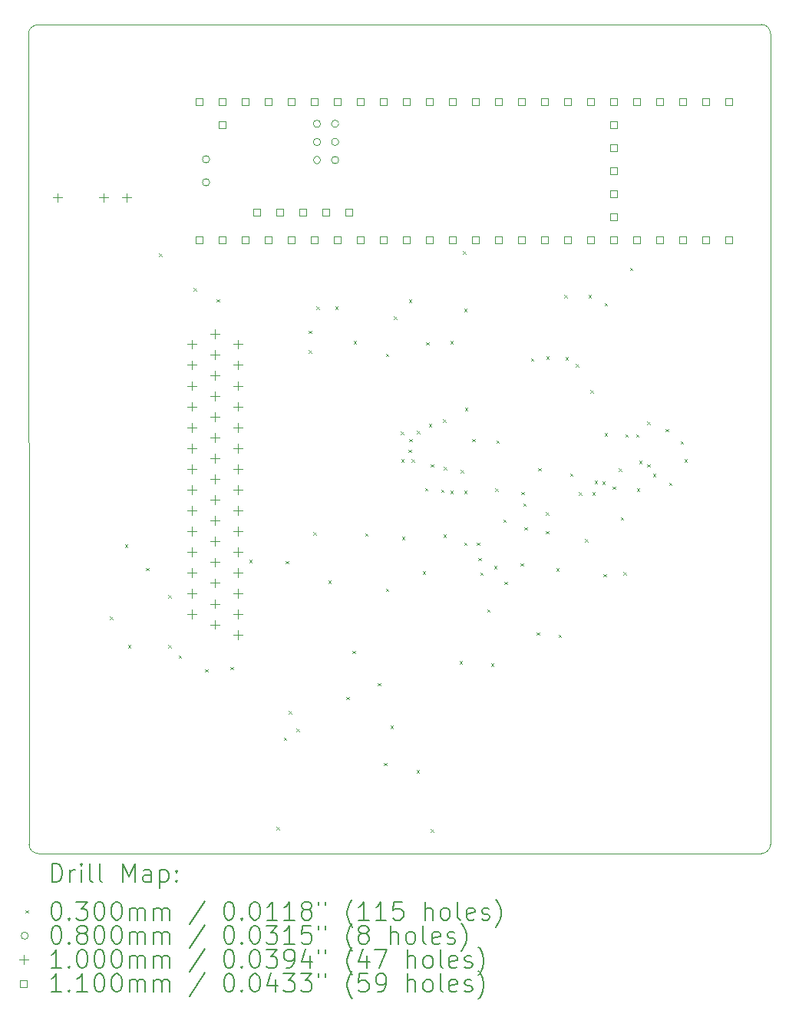
<source format=gbr>
%TF.GenerationSoftware,KiCad,Pcbnew,8.0.6*%
%TF.CreationDate,2024-12-22T02:50:09-05:00*%
%TF.ProjectId,accessory_test,61636365-7373-46f7-9279-5f746573742e,rev?*%
%TF.SameCoordinates,Original*%
%TF.FileFunction,Drillmap*%
%TF.FilePolarity,Positive*%
%FSLAX45Y45*%
G04 Gerber Fmt 4.5, Leading zero omitted, Abs format (unit mm)*
G04 Created by KiCad (PCBNEW 8.0.6) date 2024-12-22 02:50:09*
%MOMM*%
%LPD*%
G01*
G04 APERTURE LIST*
%ADD10C,0.050000*%
%ADD11C,0.200000*%
%ADD12C,0.100000*%
%ADD13C,0.110000*%
G04 APERTURE END LIST*
D10*
X8580176Y-4550073D02*
G75*
G02*
X8680113Y-4450016I100004J53D01*
G01*
X8685144Y-13589000D02*
G75*
G02*
X8585140Y-13489056I-4J100000D01*
G01*
X16664000Y-4445000D02*
G75*
G02*
X16764000Y-4545000I0J-100000D01*
G01*
X16764000Y-13489000D02*
G75*
G02*
X16664000Y-13589000I-100000J0D01*
G01*
X8585144Y-13489056D02*
X8580176Y-4550073D01*
X16664000Y-13589000D02*
X8685144Y-13589000D01*
X16764000Y-4545000D02*
X16764000Y-13489000D01*
X8680113Y-4450017D02*
X16664000Y-4445000D01*
D11*
D12*
X9478250Y-10976850D02*
X9508250Y-11006850D01*
X9508250Y-10976850D02*
X9478250Y-11006850D01*
X9642080Y-10180560D02*
X9672080Y-10210560D01*
X9672080Y-10180560D02*
X9642080Y-10210560D01*
X9677640Y-11288000D02*
X9707640Y-11318000D01*
X9707640Y-11288000D02*
X9677640Y-11318000D01*
X9875760Y-10439640D02*
X9905760Y-10469640D01*
X9905760Y-10439640D02*
X9875760Y-10469640D01*
X10018000Y-6970000D02*
X10048000Y-7000000D01*
X10048000Y-6970000D02*
X10018000Y-7000000D01*
X10122100Y-10739360D02*
X10152100Y-10769360D01*
X10152100Y-10739360D02*
X10122100Y-10769360D01*
X10122100Y-11290500D02*
X10152100Y-11320500D01*
X10152100Y-11290500D02*
X10122100Y-11320500D01*
X10233900Y-11402300D02*
X10263900Y-11432300D01*
X10263900Y-11402300D02*
X10233900Y-11432300D01*
X10399000Y-7351000D02*
X10429000Y-7381000D01*
X10429000Y-7351000D02*
X10399000Y-7381000D01*
X10526000Y-11554700D02*
X10556000Y-11584700D01*
X10556000Y-11554700D02*
X10526000Y-11584700D01*
X10653000Y-7477100D02*
X10683000Y-7507100D01*
X10683000Y-7477100D02*
X10653000Y-7507100D01*
X10805400Y-11529300D02*
X10835400Y-11559300D01*
X10835400Y-11529300D02*
X10805400Y-11559300D01*
X11013680Y-10348200D02*
X11043680Y-10378200D01*
X11043680Y-10348200D02*
X11013680Y-10378200D01*
X11313400Y-13294600D02*
X11343400Y-13324600D01*
X11343400Y-13294600D02*
X11313400Y-13324600D01*
X11395950Y-12310350D02*
X11425950Y-12340350D01*
X11425950Y-12310350D02*
X11395950Y-12340350D01*
X11415000Y-10360900D02*
X11445000Y-10390900D01*
X11445000Y-10360900D02*
X11415000Y-10390900D01*
X11450560Y-12019520D02*
X11480560Y-12049520D01*
X11480560Y-12019520D02*
X11450560Y-12049520D01*
X11536920Y-12212560D02*
X11566920Y-12242560D01*
X11566920Y-12212560D02*
X11536920Y-12242560D01*
X11669800Y-7820900D02*
X11699800Y-7850900D01*
X11699800Y-7820900D02*
X11669800Y-7850900D01*
X11669800Y-8036800D02*
X11699800Y-8066800D01*
X11699800Y-8036800D02*
X11669800Y-8066800D01*
X11719800Y-10043400D02*
X11749800Y-10073400D01*
X11749800Y-10043400D02*
X11719800Y-10073400D01*
X11754400Y-7554200D02*
X11784400Y-7584200D01*
X11784400Y-7554200D02*
X11754400Y-7584200D01*
X11884900Y-10576800D02*
X11914900Y-10606800D01*
X11914900Y-10576800D02*
X11884900Y-10606800D01*
X11961100Y-7554200D02*
X11991100Y-7584200D01*
X11991100Y-7554200D02*
X11961100Y-7584200D01*
X12083800Y-11859500D02*
X12113800Y-11889500D01*
X12113800Y-11859500D02*
X12083800Y-11889500D01*
X12151600Y-11351500D02*
X12181600Y-11381500D01*
X12181600Y-11351500D02*
X12151600Y-11381500D01*
X12164300Y-7935200D02*
X12194300Y-7965200D01*
X12194300Y-7935200D02*
X12164300Y-7965200D01*
X12291300Y-10056100D02*
X12321300Y-10086100D01*
X12321300Y-10056100D02*
X12291300Y-10086100D01*
X12431000Y-11707100D02*
X12461000Y-11737100D01*
X12461000Y-11707100D02*
X12431000Y-11737100D01*
X12502120Y-12588480D02*
X12532120Y-12618480D01*
X12532120Y-12588480D02*
X12502120Y-12618480D01*
X12519900Y-8074900D02*
X12549900Y-8104900D01*
X12549900Y-8074900D02*
X12519900Y-8104900D01*
X12519900Y-10665700D02*
X12549900Y-10695700D01*
X12549900Y-10665700D02*
X12519900Y-10695700D01*
X12570700Y-12177000D02*
X12600700Y-12207000D01*
X12600700Y-12177000D02*
X12570700Y-12207000D01*
X12609100Y-7664173D02*
X12639100Y-7694173D01*
X12639100Y-7664173D02*
X12609100Y-7694173D01*
X12685000Y-8935960D02*
X12715000Y-8965960D01*
X12715000Y-8935960D02*
X12685000Y-8965960D01*
X12690080Y-9240760D02*
X12720080Y-9270760D01*
X12720080Y-9240760D02*
X12690080Y-9270760D01*
X12697700Y-10094200D02*
X12727700Y-10124200D01*
X12727700Y-10094200D02*
X12697700Y-10124200D01*
X12771360Y-9134080D02*
X12801360Y-9164080D01*
X12801360Y-9134080D02*
X12771360Y-9164080D01*
X12773900Y-7478000D02*
X12803900Y-7508000D01*
X12803900Y-7478000D02*
X12773900Y-7508000D01*
X12781520Y-9017240D02*
X12811520Y-9047240D01*
X12811520Y-9017240D02*
X12781520Y-9047240D01*
X12806920Y-9240760D02*
X12836920Y-9270760D01*
X12836920Y-9240760D02*
X12806920Y-9270760D01*
X12860567Y-12670067D02*
X12890567Y-12700067D01*
X12890567Y-12670067D02*
X12860567Y-12700067D01*
X12862800Y-8925800D02*
X12892800Y-8955800D01*
X12892800Y-8925800D02*
X12862800Y-8955800D01*
X12926300Y-10475200D02*
X12956300Y-10505200D01*
X12956300Y-10475200D02*
X12926300Y-10505200D01*
X12955200Y-9557300D02*
X12985200Y-9587300D01*
X12985200Y-9557300D02*
X12955200Y-9587300D01*
X12964400Y-7947900D02*
X12994400Y-7977900D01*
X12994400Y-7947900D02*
X12964400Y-7977900D01*
X12994880Y-8849600D02*
X13024880Y-8879600D01*
X13024880Y-8849600D02*
X12994880Y-8879600D01*
X13015200Y-9294100D02*
X13045200Y-9324100D01*
X13045200Y-9294100D02*
X13015200Y-9324100D01*
X13015200Y-13320000D02*
X13045200Y-13350000D01*
X13045200Y-13320000D02*
X13015200Y-13350000D01*
X13129500Y-9573500D02*
X13159500Y-9603500D01*
X13159500Y-9573500D02*
X13129500Y-9603500D01*
X13152360Y-8798800D02*
X13182360Y-8828800D01*
X13182360Y-8798800D02*
X13152360Y-8828800D01*
X13154900Y-10068800D02*
X13184900Y-10098800D01*
X13184900Y-10068800D02*
X13154900Y-10098800D01*
X13162520Y-9327120D02*
X13192520Y-9357120D01*
X13192520Y-9327120D02*
X13162520Y-9357120D01*
X13231100Y-7935200D02*
X13261100Y-7965200D01*
X13261100Y-7935200D02*
X13231100Y-7965200D01*
X13231100Y-9586200D02*
X13261100Y-9616200D01*
X13261100Y-9586200D02*
X13231100Y-9616200D01*
X13332700Y-11465800D02*
X13362700Y-11495800D01*
X13362700Y-11465800D02*
X13332700Y-11495800D01*
X13345400Y-9357600D02*
X13375400Y-9387600D01*
X13375400Y-9357600D02*
X13345400Y-9387600D01*
X13370800Y-6944600D02*
X13400800Y-6974600D01*
X13400800Y-6944600D02*
X13370800Y-6974600D01*
X13383500Y-7579600D02*
X13413500Y-7609600D01*
X13413500Y-7579600D02*
X13383500Y-7609600D01*
X13383500Y-9586200D02*
X13413500Y-9616200D01*
X13413500Y-9586200D02*
X13383500Y-9616200D01*
X13383500Y-10157700D02*
X13413500Y-10187700D01*
X13413500Y-10157700D02*
X13383500Y-10187700D01*
X13395550Y-8672450D02*
X13425550Y-8702450D01*
X13425550Y-8672450D02*
X13395550Y-8702450D01*
X13472400Y-9014700D02*
X13502400Y-9044700D01*
X13502400Y-9014700D02*
X13472400Y-9044700D01*
X13523200Y-10157700D02*
X13553200Y-10187700D01*
X13553200Y-10157700D02*
X13523200Y-10187700D01*
X13543520Y-10327880D02*
X13573520Y-10357880D01*
X13573520Y-10327880D02*
X13543520Y-10357880D01*
X13561300Y-10487900D02*
X13591300Y-10517900D01*
X13591300Y-10487900D02*
X13561300Y-10517900D01*
X13637500Y-10894300D02*
X13667500Y-10924300D01*
X13667500Y-10894300D02*
X13637500Y-10924300D01*
X13680680Y-11491200D02*
X13710680Y-11521200D01*
X13710680Y-11491200D02*
X13680680Y-11521200D01*
X13716240Y-10419320D02*
X13746240Y-10449320D01*
X13746240Y-10419320D02*
X13716240Y-10449320D01*
X13726400Y-9560800D02*
X13756400Y-9590800D01*
X13756400Y-9560800D02*
X13726400Y-9590800D01*
X13742572Y-9034150D02*
X13772572Y-9064150D01*
X13772572Y-9034150D02*
X13742572Y-9064150D01*
X13815300Y-9903700D02*
X13845300Y-9933700D01*
X13845300Y-9903700D02*
X13815300Y-9933700D01*
X13828000Y-10589500D02*
X13858000Y-10619500D01*
X13858000Y-10589500D02*
X13828000Y-10619500D01*
X14005800Y-10386300D02*
X14035800Y-10416300D01*
X14035800Y-10386300D02*
X14005800Y-10416300D01*
X14015960Y-9601440D02*
X14045960Y-9631440D01*
X14045960Y-9601440D02*
X14015960Y-9631440D01*
X14037500Y-9725900D02*
X14067500Y-9755900D01*
X14067500Y-9725900D02*
X14037500Y-9755900D01*
X14050250Y-9989237D02*
X14080250Y-10019237D01*
X14080250Y-9989237D02*
X14050250Y-10019237D01*
X14120100Y-8125700D02*
X14150100Y-8155700D01*
X14150100Y-8125700D02*
X14120100Y-8155700D01*
X14183600Y-11148300D02*
X14213600Y-11178300D01*
X14213600Y-11148300D02*
X14183600Y-11178300D01*
X14203920Y-9337300D02*
X14233920Y-9367300D01*
X14233920Y-9337300D02*
X14203920Y-9367300D01*
X14285200Y-9826100D02*
X14315200Y-9856100D01*
X14315200Y-9826100D02*
X14285200Y-9856100D01*
X14285200Y-10030700D02*
X14315200Y-10060700D01*
X14315200Y-10030700D02*
X14285200Y-10060700D01*
X14292551Y-8105648D02*
X14322551Y-8135648D01*
X14322551Y-8105648D02*
X14292551Y-8135648D01*
X14402040Y-10444720D02*
X14432040Y-10474720D01*
X14432040Y-10444720D02*
X14402040Y-10474720D01*
X14424900Y-11173700D02*
X14454900Y-11203700D01*
X14454900Y-11173700D02*
X14424900Y-11203700D01*
X14488400Y-7427200D02*
X14518400Y-7457200D01*
X14518400Y-7427200D02*
X14488400Y-7457200D01*
X14501100Y-8113000D02*
X14531100Y-8143000D01*
X14531100Y-8113000D02*
X14501100Y-8143000D01*
X14551900Y-9397300D02*
X14581900Y-9427300D01*
X14581900Y-9397300D02*
X14551900Y-9427300D01*
X14615400Y-8189200D02*
X14645400Y-8219200D01*
X14645400Y-8189200D02*
X14615400Y-8219200D01*
X14652194Y-9605722D02*
X14682194Y-9635722D01*
X14682194Y-9605722D02*
X14652194Y-9635722D01*
X14717000Y-10119600D02*
X14747000Y-10149600D01*
X14747000Y-10119600D02*
X14717000Y-10149600D01*
X14755100Y-7427200D02*
X14785100Y-7457200D01*
X14785100Y-7427200D02*
X14755100Y-7457200D01*
X14779500Y-8478450D02*
X14809500Y-8508450D01*
X14809500Y-8478450D02*
X14779500Y-8508450D01*
X14797798Y-9604522D02*
X14827798Y-9634522D01*
X14827798Y-9604522D02*
X14797798Y-9634522D01*
X14825811Y-9479111D02*
X14855811Y-9509111D01*
X14855811Y-9479111D02*
X14825811Y-9509111D01*
X14907500Y-9484600D02*
X14937500Y-9514600D01*
X14937500Y-9484600D02*
X14907500Y-9514600D01*
X14920200Y-10505680D02*
X14950200Y-10535680D01*
X14950200Y-10505680D02*
X14920200Y-10535680D01*
X14932900Y-8951200D02*
X14962900Y-8981200D01*
X14962900Y-8951200D02*
X14932900Y-8981200D01*
X14932937Y-7516100D02*
X14962937Y-7546100D01*
X14962937Y-7516100D02*
X14932937Y-7546100D01*
X15022762Y-9543091D02*
X15052762Y-9573091D01*
X15052762Y-9543091D02*
X15022762Y-9573091D01*
X15089626Y-9341400D02*
X15119626Y-9371400D01*
X15119626Y-9341400D02*
X15089626Y-9371400D01*
X15110700Y-9878300D02*
X15140700Y-9908300D01*
X15140700Y-9878300D02*
X15110700Y-9908300D01*
X15143720Y-10485360D02*
X15173720Y-10515360D01*
X15173720Y-10485360D02*
X15143720Y-10515360D01*
X15161500Y-8963900D02*
X15191500Y-8993900D01*
X15191500Y-8963900D02*
X15161500Y-8993900D01*
X15215800Y-7127480D02*
X15245800Y-7157480D01*
X15245800Y-7127480D02*
X15215800Y-7157480D01*
X15281500Y-8963900D02*
X15311500Y-8993900D01*
X15311500Y-8963900D02*
X15281500Y-8993900D01*
X15288500Y-9560800D02*
X15318500Y-9590800D01*
X15318500Y-9560800D02*
X15288500Y-9590800D01*
X15313900Y-9259500D02*
X15343900Y-9289500D01*
X15343900Y-9259500D02*
X15313900Y-9289500D01*
X15402800Y-8824200D02*
X15432800Y-8854200D01*
X15432800Y-8824200D02*
X15402800Y-8854200D01*
X15402800Y-9294100D02*
X15432800Y-9324100D01*
X15432800Y-9294100D02*
X15402800Y-9324100D01*
X15467938Y-9401921D02*
X15497938Y-9431921D01*
X15497938Y-9401921D02*
X15467938Y-9431921D01*
X15606000Y-8905480D02*
X15636000Y-8935480D01*
X15636000Y-8905480D02*
X15606000Y-8935480D01*
X15644100Y-9497300D02*
X15674100Y-9527300D01*
X15674100Y-9497300D02*
X15644100Y-9527300D01*
X15773640Y-9042640D02*
X15803640Y-9072640D01*
X15803640Y-9042640D02*
X15773640Y-9072640D01*
X15814280Y-9240760D02*
X15844280Y-9270760D01*
X15844280Y-9240760D02*
X15814280Y-9270760D01*
X10577800Y-5932100D02*
G75*
G02*
X10497800Y-5932100I-40000J0D01*
G01*
X10497800Y-5932100D02*
G75*
G02*
X10577800Y-5932100I40000J0D01*
G01*
X10577800Y-6186100D02*
G75*
G02*
X10497800Y-6186100I-40000J0D01*
G01*
X10497800Y-6186100D02*
G75*
G02*
X10577800Y-6186100I40000J0D01*
G01*
X11801800Y-5540940D02*
G75*
G02*
X11721800Y-5540940I-40000J0D01*
G01*
X11721800Y-5540940D02*
G75*
G02*
X11801800Y-5540940I40000J0D01*
G01*
X11801800Y-5740940D02*
G75*
G02*
X11721800Y-5740940I-40000J0D01*
G01*
X11721800Y-5740940D02*
G75*
G02*
X11801800Y-5740940I40000J0D01*
G01*
X11801800Y-5940940D02*
G75*
G02*
X11721800Y-5940940I-40000J0D01*
G01*
X11721800Y-5940940D02*
G75*
G02*
X11801800Y-5940940I40000J0D01*
G01*
X12001800Y-5540940D02*
G75*
G02*
X11921800Y-5540940I-40000J0D01*
G01*
X11921800Y-5540940D02*
G75*
G02*
X12001800Y-5540940I40000J0D01*
G01*
X12001800Y-5740940D02*
G75*
G02*
X11921800Y-5740940I-40000J0D01*
G01*
X11921800Y-5740940D02*
G75*
G02*
X12001800Y-5740940I40000J0D01*
G01*
X12001800Y-5940940D02*
G75*
G02*
X11921800Y-5940940I-40000J0D01*
G01*
X11921800Y-5940940D02*
G75*
G02*
X12001800Y-5940940I40000J0D01*
G01*
X8900160Y-6305080D02*
X8900160Y-6405080D01*
X8850160Y-6355080D02*
X8950160Y-6355080D01*
X9408160Y-6305080D02*
X9408160Y-6405080D01*
X9358160Y-6355080D02*
X9458160Y-6355080D01*
X9662160Y-6305080D02*
X9662160Y-6405080D01*
X9612160Y-6355080D02*
X9712160Y-6355080D01*
X10378533Y-7922500D02*
X10378533Y-8022500D01*
X10328533Y-7972500D02*
X10428533Y-7972500D01*
X10378533Y-8151500D02*
X10378533Y-8251500D01*
X10328533Y-8201500D02*
X10428533Y-8201500D01*
X10378533Y-8380500D02*
X10378533Y-8480500D01*
X10328533Y-8430500D02*
X10428533Y-8430500D01*
X10378533Y-8609500D02*
X10378533Y-8709500D01*
X10328533Y-8659500D02*
X10428533Y-8659500D01*
X10378533Y-8838500D02*
X10378533Y-8938500D01*
X10328533Y-8888500D02*
X10428533Y-8888500D01*
X10378533Y-9067500D02*
X10378533Y-9167500D01*
X10328533Y-9117500D02*
X10428533Y-9117500D01*
X10378533Y-9296500D02*
X10378533Y-9396500D01*
X10328533Y-9346500D02*
X10428533Y-9346500D01*
X10378533Y-9525500D02*
X10378533Y-9625500D01*
X10328533Y-9575500D02*
X10428533Y-9575500D01*
X10378533Y-9754500D02*
X10378533Y-9854500D01*
X10328533Y-9804500D02*
X10428533Y-9804500D01*
X10378533Y-9983500D02*
X10378533Y-10083500D01*
X10328533Y-10033500D02*
X10428533Y-10033500D01*
X10378533Y-10212500D02*
X10378533Y-10312500D01*
X10328533Y-10262500D02*
X10428533Y-10262500D01*
X10378533Y-10441500D02*
X10378533Y-10541500D01*
X10328533Y-10491500D02*
X10428533Y-10491500D01*
X10378533Y-10670500D02*
X10378533Y-10770500D01*
X10328533Y-10720500D02*
X10428533Y-10720500D01*
X10378533Y-10899500D02*
X10378533Y-10999500D01*
X10328533Y-10949500D02*
X10428533Y-10949500D01*
X10632533Y-7808000D02*
X10632533Y-7908000D01*
X10582533Y-7858000D02*
X10682533Y-7858000D01*
X10632533Y-8037000D02*
X10632533Y-8137000D01*
X10582533Y-8087000D02*
X10682533Y-8087000D01*
X10632533Y-8266000D02*
X10632533Y-8366000D01*
X10582533Y-8316000D02*
X10682533Y-8316000D01*
X10632533Y-8495000D02*
X10632533Y-8595000D01*
X10582533Y-8545000D02*
X10682533Y-8545000D01*
X10632533Y-8724000D02*
X10632533Y-8824000D01*
X10582533Y-8774000D02*
X10682533Y-8774000D01*
X10632533Y-8953000D02*
X10632533Y-9053000D01*
X10582533Y-9003000D02*
X10682533Y-9003000D01*
X10632533Y-9182000D02*
X10632533Y-9282000D01*
X10582533Y-9232000D02*
X10682533Y-9232000D01*
X10632533Y-9411000D02*
X10632533Y-9511000D01*
X10582533Y-9461000D02*
X10682533Y-9461000D01*
X10632533Y-9640000D02*
X10632533Y-9740000D01*
X10582533Y-9690000D02*
X10682533Y-9690000D01*
X10632533Y-9869000D02*
X10632533Y-9969000D01*
X10582533Y-9919000D02*
X10682533Y-9919000D01*
X10632533Y-10098000D02*
X10632533Y-10198000D01*
X10582533Y-10148000D02*
X10682533Y-10148000D01*
X10632533Y-10327000D02*
X10632533Y-10427000D01*
X10582533Y-10377000D02*
X10682533Y-10377000D01*
X10632533Y-10556000D02*
X10632533Y-10656000D01*
X10582533Y-10606000D02*
X10682533Y-10606000D01*
X10632533Y-10785000D02*
X10632533Y-10885000D01*
X10582533Y-10835000D02*
X10682533Y-10835000D01*
X10632533Y-11014000D02*
X10632533Y-11114000D01*
X10582533Y-11064000D02*
X10682533Y-11064000D01*
X10886533Y-7922500D02*
X10886533Y-8022500D01*
X10836533Y-7972500D02*
X10936533Y-7972500D01*
X10886533Y-8151500D02*
X10886533Y-8251500D01*
X10836533Y-8201500D02*
X10936533Y-8201500D01*
X10886533Y-8380500D02*
X10886533Y-8480500D01*
X10836533Y-8430500D02*
X10936533Y-8430500D01*
X10886533Y-8609500D02*
X10886533Y-8709500D01*
X10836533Y-8659500D02*
X10936533Y-8659500D01*
X10886533Y-8838500D02*
X10886533Y-8938500D01*
X10836533Y-8888500D02*
X10936533Y-8888500D01*
X10886533Y-9067500D02*
X10886533Y-9167500D01*
X10836533Y-9117500D02*
X10936533Y-9117500D01*
X10886533Y-9296500D02*
X10886533Y-9396500D01*
X10836533Y-9346500D02*
X10936533Y-9346500D01*
X10886533Y-9525500D02*
X10886533Y-9625500D01*
X10836533Y-9575500D02*
X10936533Y-9575500D01*
X10886533Y-9754500D02*
X10886533Y-9854500D01*
X10836533Y-9804500D02*
X10936533Y-9804500D01*
X10886533Y-9983500D02*
X10886533Y-10083500D01*
X10836533Y-10033500D02*
X10936533Y-10033500D01*
X10886533Y-10212500D02*
X10886533Y-10312500D01*
X10836533Y-10262500D02*
X10936533Y-10262500D01*
X10886533Y-10441500D02*
X10886533Y-10541500D01*
X10836533Y-10491500D02*
X10936533Y-10491500D01*
X10886533Y-10670500D02*
X10886533Y-10770500D01*
X10836533Y-10720500D02*
X10936533Y-10720500D01*
X10886533Y-10899500D02*
X10886533Y-10999500D01*
X10836533Y-10949500D02*
X10936533Y-10949500D01*
X10886533Y-11128500D02*
X10886533Y-11228500D01*
X10836533Y-11178500D02*
X10936533Y-11178500D01*
D13*
X10503691Y-5335991D02*
X10503691Y-5258209D01*
X10425909Y-5258209D01*
X10425909Y-5335991D01*
X10503691Y-5335991D01*
X10503691Y-6859991D02*
X10503691Y-6782209D01*
X10425909Y-6782209D01*
X10425909Y-6859991D01*
X10503691Y-6859991D01*
X10757691Y-5335991D02*
X10757691Y-5258209D01*
X10679909Y-5258209D01*
X10679909Y-5335991D01*
X10757691Y-5335991D01*
X10757691Y-5589991D02*
X10757691Y-5512209D01*
X10679909Y-5512209D01*
X10679909Y-5589991D01*
X10757691Y-5589991D01*
X10757691Y-6859991D02*
X10757691Y-6782209D01*
X10679909Y-6782209D01*
X10679909Y-6859991D01*
X10757691Y-6859991D01*
X11011691Y-5335991D02*
X11011691Y-5258209D01*
X10933909Y-5258209D01*
X10933909Y-5335991D01*
X11011691Y-5335991D01*
X11011691Y-6859991D02*
X11011691Y-6782209D01*
X10933909Y-6782209D01*
X10933909Y-6859991D01*
X11011691Y-6859991D01*
X11133611Y-6554911D02*
X11133611Y-6477129D01*
X11055829Y-6477129D01*
X11055829Y-6554911D01*
X11133611Y-6554911D01*
X11265691Y-5335991D02*
X11265691Y-5258209D01*
X11187909Y-5258209D01*
X11187909Y-5335991D01*
X11265691Y-5335991D01*
X11265691Y-6859991D02*
X11265691Y-6782209D01*
X11187909Y-6782209D01*
X11187909Y-6859991D01*
X11265691Y-6859991D01*
X11387611Y-6554911D02*
X11387611Y-6477129D01*
X11309829Y-6477129D01*
X11309829Y-6554911D01*
X11387611Y-6554911D01*
X11519691Y-5335991D02*
X11519691Y-5258209D01*
X11441909Y-5258209D01*
X11441909Y-5335991D01*
X11519691Y-5335991D01*
X11519691Y-6859991D02*
X11519691Y-6782209D01*
X11441909Y-6782209D01*
X11441909Y-6859991D01*
X11519691Y-6859991D01*
X11641611Y-6554911D02*
X11641611Y-6477129D01*
X11563829Y-6477129D01*
X11563829Y-6554911D01*
X11641611Y-6554911D01*
X11773691Y-5335991D02*
X11773691Y-5258209D01*
X11695909Y-5258209D01*
X11695909Y-5335991D01*
X11773691Y-5335991D01*
X11773691Y-6859991D02*
X11773691Y-6782209D01*
X11695909Y-6782209D01*
X11695909Y-6859991D01*
X11773691Y-6859991D01*
X11895611Y-6554911D02*
X11895611Y-6477129D01*
X11817829Y-6477129D01*
X11817829Y-6554911D01*
X11895611Y-6554911D01*
X12027691Y-5335991D02*
X12027691Y-5258209D01*
X11949909Y-5258209D01*
X11949909Y-5335991D01*
X12027691Y-5335991D01*
X12027691Y-6859991D02*
X12027691Y-6782209D01*
X11949909Y-6782209D01*
X11949909Y-6859991D01*
X12027691Y-6859991D01*
X12149611Y-6554911D02*
X12149611Y-6477129D01*
X12071829Y-6477129D01*
X12071829Y-6554911D01*
X12149611Y-6554911D01*
X12281691Y-5335991D02*
X12281691Y-5258209D01*
X12203909Y-5258209D01*
X12203909Y-5335991D01*
X12281691Y-5335991D01*
X12281691Y-6859991D02*
X12281691Y-6782209D01*
X12203909Y-6782209D01*
X12203909Y-6859991D01*
X12281691Y-6859991D01*
X12535691Y-5335991D02*
X12535691Y-5258209D01*
X12457909Y-5258209D01*
X12457909Y-5335991D01*
X12535691Y-5335991D01*
X12535691Y-6859991D02*
X12535691Y-6782209D01*
X12457909Y-6782209D01*
X12457909Y-6859991D01*
X12535691Y-6859991D01*
X12789691Y-5335991D02*
X12789691Y-5258209D01*
X12711909Y-5258209D01*
X12711909Y-5335991D01*
X12789691Y-5335991D01*
X12789691Y-6859991D02*
X12789691Y-6782209D01*
X12711909Y-6782209D01*
X12711909Y-6859991D01*
X12789691Y-6859991D01*
X13043691Y-5335991D02*
X13043691Y-5258209D01*
X12965909Y-5258209D01*
X12965909Y-5335991D01*
X13043691Y-5335991D01*
X13043691Y-6859991D02*
X13043691Y-6782209D01*
X12965909Y-6782209D01*
X12965909Y-6859991D01*
X13043691Y-6859991D01*
X13297691Y-5335991D02*
X13297691Y-5258209D01*
X13219909Y-5258209D01*
X13219909Y-5335991D01*
X13297691Y-5335991D01*
X13297691Y-6859991D02*
X13297691Y-6782209D01*
X13219909Y-6782209D01*
X13219909Y-6859991D01*
X13297691Y-6859991D01*
X13551691Y-5335991D02*
X13551691Y-5258209D01*
X13473909Y-5258209D01*
X13473909Y-5335991D01*
X13551691Y-5335991D01*
X13551691Y-6859991D02*
X13551691Y-6782209D01*
X13473909Y-6782209D01*
X13473909Y-6859991D01*
X13551691Y-6859991D01*
X13805691Y-5335991D02*
X13805691Y-5258209D01*
X13727909Y-5258209D01*
X13727909Y-5335991D01*
X13805691Y-5335991D01*
X13805691Y-6859991D02*
X13805691Y-6782209D01*
X13727909Y-6782209D01*
X13727909Y-6859991D01*
X13805691Y-6859991D01*
X14059691Y-5335991D02*
X14059691Y-5258209D01*
X13981909Y-5258209D01*
X13981909Y-5335991D01*
X14059691Y-5335991D01*
X14059691Y-6859991D02*
X14059691Y-6782209D01*
X13981909Y-6782209D01*
X13981909Y-6859991D01*
X14059691Y-6859991D01*
X14313691Y-5335991D02*
X14313691Y-5258209D01*
X14235909Y-5258209D01*
X14235909Y-5335991D01*
X14313691Y-5335991D01*
X14313691Y-6859991D02*
X14313691Y-6782209D01*
X14235909Y-6782209D01*
X14235909Y-6859991D01*
X14313691Y-6859991D01*
X14567691Y-5335991D02*
X14567691Y-5258209D01*
X14489909Y-5258209D01*
X14489909Y-5335991D01*
X14567691Y-5335991D01*
X14567691Y-6859991D02*
X14567691Y-6782209D01*
X14489909Y-6782209D01*
X14489909Y-6859991D01*
X14567691Y-6859991D01*
X14821691Y-5335991D02*
X14821691Y-5258209D01*
X14743909Y-5258209D01*
X14743909Y-5335991D01*
X14821691Y-5335991D01*
X14821691Y-6859991D02*
X14821691Y-6782209D01*
X14743909Y-6782209D01*
X14743909Y-6859991D01*
X14821691Y-6859991D01*
X15075691Y-5335991D02*
X15075691Y-5258209D01*
X14997909Y-5258209D01*
X14997909Y-5335991D01*
X15075691Y-5335991D01*
X15075691Y-5589991D02*
X15075691Y-5512209D01*
X14997909Y-5512209D01*
X14997909Y-5589991D01*
X15075691Y-5589991D01*
X15075691Y-5843991D02*
X15075691Y-5766209D01*
X14997909Y-5766209D01*
X14997909Y-5843991D01*
X15075691Y-5843991D01*
X15075691Y-6097991D02*
X15075691Y-6020209D01*
X14997909Y-6020209D01*
X14997909Y-6097991D01*
X15075691Y-6097991D01*
X15075691Y-6351991D02*
X15075691Y-6274209D01*
X14997909Y-6274209D01*
X14997909Y-6351991D01*
X15075691Y-6351991D01*
X15075691Y-6605991D02*
X15075691Y-6528209D01*
X14997909Y-6528209D01*
X14997909Y-6605991D01*
X15075691Y-6605991D01*
X15075691Y-6859991D02*
X15075691Y-6782209D01*
X14997909Y-6782209D01*
X14997909Y-6859991D01*
X15075691Y-6859991D01*
X15329691Y-5335991D02*
X15329691Y-5258209D01*
X15251909Y-5258209D01*
X15251909Y-5335991D01*
X15329691Y-5335991D01*
X15329691Y-6859991D02*
X15329691Y-6782209D01*
X15251909Y-6782209D01*
X15251909Y-6859991D01*
X15329691Y-6859991D01*
X15583691Y-5335991D02*
X15583691Y-5258209D01*
X15505909Y-5258209D01*
X15505909Y-5335991D01*
X15583691Y-5335991D01*
X15583691Y-6859991D02*
X15583691Y-6782209D01*
X15505909Y-6782209D01*
X15505909Y-6859991D01*
X15583691Y-6859991D01*
X15837691Y-5335991D02*
X15837691Y-5258209D01*
X15759909Y-5258209D01*
X15759909Y-5335991D01*
X15837691Y-5335991D01*
X15837691Y-6859991D02*
X15837691Y-6782209D01*
X15759909Y-6782209D01*
X15759909Y-6859991D01*
X15837691Y-6859991D01*
X16091691Y-5335991D02*
X16091691Y-5258209D01*
X16013909Y-5258209D01*
X16013909Y-5335991D01*
X16091691Y-5335991D01*
X16091691Y-6859991D02*
X16091691Y-6782209D01*
X16013909Y-6782209D01*
X16013909Y-6859991D01*
X16091691Y-6859991D01*
X16345691Y-5335991D02*
X16345691Y-5258209D01*
X16267909Y-5258209D01*
X16267909Y-5335991D01*
X16345691Y-5335991D01*
X16345691Y-6859991D02*
X16345691Y-6782209D01*
X16267909Y-6782209D01*
X16267909Y-6859991D01*
X16345691Y-6859991D01*
D11*
X8838452Y-13902984D02*
X8838452Y-13702984D01*
X8838452Y-13702984D02*
X8886071Y-13702984D01*
X8886071Y-13702984D02*
X8914643Y-13712508D01*
X8914643Y-13712508D02*
X8933691Y-13731555D01*
X8933691Y-13731555D02*
X8943214Y-13750603D01*
X8943214Y-13750603D02*
X8952738Y-13788698D01*
X8952738Y-13788698D02*
X8952738Y-13817269D01*
X8952738Y-13817269D02*
X8943214Y-13855365D01*
X8943214Y-13855365D02*
X8933691Y-13874412D01*
X8933691Y-13874412D02*
X8914643Y-13893460D01*
X8914643Y-13893460D02*
X8886071Y-13902984D01*
X8886071Y-13902984D02*
X8838452Y-13902984D01*
X9038452Y-13902984D02*
X9038452Y-13769650D01*
X9038452Y-13807746D02*
X9047976Y-13788698D01*
X9047976Y-13788698D02*
X9057500Y-13779174D01*
X9057500Y-13779174D02*
X9076548Y-13769650D01*
X9076548Y-13769650D02*
X9095595Y-13769650D01*
X9162262Y-13902984D02*
X9162262Y-13769650D01*
X9162262Y-13702984D02*
X9152738Y-13712508D01*
X9152738Y-13712508D02*
X9162262Y-13722031D01*
X9162262Y-13722031D02*
X9171786Y-13712508D01*
X9171786Y-13712508D02*
X9162262Y-13702984D01*
X9162262Y-13702984D02*
X9162262Y-13722031D01*
X9286071Y-13902984D02*
X9267024Y-13893460D01*
X9267024Y-13893460D02*
X9257500Y-13874412D01*
X9257500Y-13874412D02*
X9257500Y-13702984D01*
X9390833Y-13902984D02*
X9371786Y-13893460D01*
X9371786Y-13893460D02*
X9362262Y-13874412D01*
X9362262Y-13874412D02*
X9362262Y-13702984D01*
X9619405Y-13902984D02*
X9619405Y-13702984D01*
X9619405Y-13702984D02*
X9686072Y-13845841D01*
X9686072Y-13845841D02*
X9752738Y-13702984D01*
X9752738Y-13702984D02*
X9752738Y-13902984D01*
X9933691Y-13902984D02*
X9933691Y-13798222D01*
X9933691Y-13798222D02*
X9924167Y-13779174D01*
X9924167Y-13779174D02*
X9905119Y-13769650D01*
X9905119Y-13769650D02*
X9867024Y-13769650D01*
X9867024Y-13769650D02*
X9847976Y-13779174D01*
X9933691Y-13893460D02*
X9914643Y-13902984D01*
X9914643Y-13902984D02*
X9867024Y-13902984D01*
X9867024Y-13902984D02*
X9847976Y-13893460D01*
X9847976Y-13893460D02*
X9838452Y-13874412D01*
X9838452Y-13874412D02*
X9838452Y-13855365D01*
X9838452Y-13855365D02*
X9847976Y-13836317D01*
X9847976Y-13836317D02*
X9867024Y-13826793D01*
X9867024Y-13826793D02*
X9914643Y-13826793D01*
X9914643Y-13826793D02*
X9933691Y-13817269D01*
X10028929Y-13769650D02*
X10028929Y-13969650D01*
X10028929Y-13779174D02*
X10047976Y-13769650D01*
X10047976Y-13769650D02*
X10086072Y-13769650D01*
X10086072Y-13769650D02*
X10105119Y-13779174D01*
X10105119Y-13779174D02*
X10114643Y-13788698D01*
X10114643Y-13788698D02*
X10124167Y-13807746D01*
X10124167Y-13807746D02*
X10124167Y-13864888D01*
X10124167Y-13864888D02*
X10114643Y-13883936D01*
X10114643Y-13883936D02*
X10105119Y-13893460D01*
X10105119Y-13893460D02*
X10086072Y-13902984D01*
X10086072Y-13902984D02*
X10047976Y-13902984D01*
X10047976Y-13902984D02*
X10028929Y-13893460D01*
X10209881Y-13883936D02*
X10219405Y-13893460D01*
X10219405Y-13893460D02*
X10209881Y-13902984D01*
X10209881Y-13902984D02*
X10200357Y-13893460D01*
X10200357Y-13893460D02*
X10209881Y-13883936D01*
X10209881Y-13883936D02*
X10209881Y-13902984D01*
X10209881Y-13779174D02*
X10219405Y-13788698D01*
X10219405Y-13788698D02*
X10209881Y-13798222D01*
X10209881Y-13798222D02*
X10200357Y-13788698D01*
X10200357Y-13788698D02*
X10209881Y-13779174D01*
X10209881Y-13779174D02*
X10209881Y-13798222D01*
D12*
X8547676Y-14216500D02*
X8577676Y-14246500D01*
X8577676Y-14216500D02*
X8547676Y-14246500D01*
D11*
X8876548Y-14122984D02*
X8895595Y-14122984D01*
X8895595Y-14122984D02*
X8914643Y-14132508D01*
X8914643Y-14132508D02*
X8924167Y-14142031D01*
X8924167Y-14142031D02*
X8933691Y-14161079D01*
X8933691Y-14161079D02*
X8943214Y-14199174D01*
X8943214Y-14199174D02*
X8943214Y-14246793D01*
X8943214Y-14246793D02*
X8933691Y-14284888D01*
X8933691Y-14284888D02*
X8924167Y-14303936D01*
X8924167Y-14303936D02*
X8914643Y-14313460D01*
X8914643Y-14313460D02*
X8895595Y-14322984D01*
X8895595Y-14322984D02*
X8876548Y-14322984D01*
X8876548Y-14322984D02*
X8857500Y-14313460D01*
X8857500Y-14313460D02*
X8847976Y-14303936D01*
X8847976Y-14303936D02*
X8838452Y-14284888D01*
X8838452Y-14284888D02*
X8828929Y-14246793D01*
X8828929Y-14246793D02*
X8828929Y-14199174D01*
X8828929Y-14199174D02*
X8838452Y-14161079D01*
X8838452Y-14161079D02*
X8847976Y-14142031D01*
X8847976Y-14142031D02*
X8857500Y-14132508D01*
X8857500Y-14132508D02*
X8876548Y-14122984D01*
X9028929Y-14303936D02*
X9038452Y-14313460D01*
X9038452Y-14313460D02*
X9028929Y-14322984D01*
X9028929Y-14322984D02*
X9019405Y-14313460D01*
X9019405Y-14313460D02*
X9028929Y-14303936D01*
X9028929Y-14303936D02*
X9028929Y-14322984D01*
X9105119Y-14122984D02*
X9228929Y-14122984D01*
X9228929Y-14122984D02*
X9162262Y-14199174D01*
X9162262Y-14199174D02*
X9190833Y-14199174D01*
X9190833Y-14199174D02*
X9209881Y-14208698D01*
X9209881Y-14208698D02*
X9219405Y-14218222D01*
X9219405Y-14218222D02*
X9228929Y-14237269D01*
X9228929Y-14237269D02*
X9228929Y-14284888D01*
X9228929Y-14284888D02*
X9219405Y-14303936D01*
X9219405Y-14303936D02*
X9209881Y-14313460D01*
X9209881Y-14313460D02*
X9190833Y-14322984D01*
X9190833Y-14322984D02*
X9133691Y-14322984D01*
X9133691Y-14322984D02*
X9114643Y-14313460D01*
X9114643Y-14313460D02*
X9105119Y-14303936D01*
X9352738Y-14122984D02*
X9371786Y-14122984D01*
X9371786Y-14122984D02*
X9390833Y-14132508D01*
X9390833Y-14132508D02*
X9400357Y-14142031D01*
X9400357Y-14142031D02*
X9409881Y-14161079D01*
X9409881Y-14161079D02*
X9419405Y-14199174D01*
X9419405Y-14199174D02*
X9419405Y-14246793D01*
X9419405Y-14246793D02*
X9409881Y-14284888D01*
X9409881Y-14284888D02*
X9400357Y-14303936D01*
X9400357Y-14303936D02*
X9390833Y-14313460D01*
X9390833Y-14313460D02*
X9371786Y-14322984D01*
X9371786Y-14322984D02*
X9352738Y-14322984D01*
X9352738Y-14322984D02*
X9333691Y-14313460D01*
X9333691Y-14313460D02*
X9324167Y-14303936D01*
X9324167Y-14303936D02*
X9314643Y-14284888D01*
X9314643Y-14284888D02*
X9305119Y-14246793D01*
X9305119Y-14246793D02*
X9305119Y-14199174D01*
X9305119Y-14199174D02*
X9314643Y-14161079D01*
X9314643Y-14161079D02*
X9324167Y-14142031D01*
X9324167Y-14142031D02*
X9333691Y-14132508D01*
X9333691Y-14132508D02*
X9352738Y-14122984D01*
X9543214Y-14122984D02*
X9562262Y-14122984D01*
X9562262Y-14122984D02*
X9581310Y-14132508D01*
X9581310Y-14132508D02*
X9590833Y-14142031D01*
X9590833Y-14142031D02*
X9600357Y-14161079D01*
X9600357Y-14161079D02*
X9609881Y-14199174D01*
X9609881Y-14199174D02*
X9609881Y-14246793D01*
X9609881Y-14246793D02*
X9600357Y-14284888D01*
X9600357Y-14284888D02*
X9590833Y-14303936D01*
X9590833Y-14303936D02*
X9581310Y-14313460D01*
X9581310Y-14313460D02*
X9562262Y-14322984D01*
X9562262Y-14322984D02*
X9543214Y-14322984D01*
X9543214Y-14322984D02*
X9524167Y-14313460D01*
X9524167Y-14313460D02*
X9514643Y-14303936D01*
X9514643Y-14303936D02*
X9505119Y-14284888D01*
X9505119Y-14284888D02*
X9495595Y-14246793D01*
X9495595Y-14246793D02*
X9495595Y-14199174D01*
X9495595Y-14199174D02*
X9505119Y-14161079D01*
X9505119Y-14161079D02*
X9514643Y-14142031D01*
X9514643Y-14142031D02*
X9524167Y-14132508D01*
X9524167Y-14132508D02*
X9543214Y-14122984D01*
X9695595Y-14322984D02*
X9695595Y-14189650D01*
X9695595Y-14208698D02*
X9705119Y-14199174D01*
X9705119Y-14199174D02*
X9724167Y-14189650D01*
X9724167Y-14189650D02*
X9752738Y-14189650D01*
X9752738Y-14189650D02*
X9771786Y-14199174D01*
X9771786Y-14199174D02*
X9781310Y-14218222D01*
X9781310Y-14218222D02*
X9781310Y-14322984D01*
X9781310Y-14218222D02*
X9790833Y-14199174D01*
X9790833Y-14199174D02*
X9809881Y-14189650D01*
X9809881Y-14189650D02*
X9838452Y-14189650D01*
X9838452Y-14189650D02*
X9857500Y-14199174D01*
X9857500Y-14199174D02*
X9867024Y-14218222D01*
X9867024Y-14218222D02*
X9867024Y-14322984D01*
X9962262Y-14322984D02*
X9962262Y-14189650D01*
X9962262Y-14208698D02*
X9971786Y-14199174D01*
X9971786Y-14199174D02*
X9990833Y-14189650D01*
X9990833Y-14189650D02*
X10019405Y-14189650D01*
X10019405Y-14189650D02*
X10038453Y-14199174D01*
X10038453Y-14199174D02*
X10047976Y-14218222D01*
X10047976Y-14218222D02*
X10047976Y-14322984D01*
X10047976Y-14218222D02*
X10057500Y-14199174D01*
X10057500Y-14199174D02*
X10076548Y-14189650D01*
X10076548Y-14189650D02*
X10105119Y-14189650D01*
X10105119Y-14189650D02*
X10124167Y-14199174D01*
X10124167Y-14199174D02*
X10133691Y-14218222D01*
X10133691Y-14218222D02*
X10133691Y-14322984D01*
X10524167Y-14113460D02*
X10352738Y-14370603D01*
X10781310Y-14122984D02*
X10800357Y-14122984D01*
X10800357Y-14122984D02*
X10819405Y-14132508D01*
X10819405Y-14132508D02*
X10828929Y-14142031D01*
X10828929Y-14142031D02*
X10838453Y-14161079D01*
X10838453Y-14161079D02*
X10847976Y-14199174D01*
X10847976Y-14199174D02*
X10847976Y-14246793D01*
X10847976Y-14246793D02*
X10838453Y-14284888D01*
X10838453Y-14284888D02*
X10828929Y-14303936D01*
X10828929Y-14303936D02*
X10819405Y-14313460D01*
X10819405Y-14313460D02*
X10800357Y-14322984D01*
X10800357Y-14322984D02*
X10781310Y-14322984D01*
X10781310Y-14322984D02*
X10762262Y-14313460D01*
X10762262Y-14313460D02*
X10752738Y-14303936D01*
X10752738Y-14303936D02*
X10743215Y-14284888D01*
X10743215Y-14284888D02*
X10733691Y-14246793D01*
X10733691Y-14246793D02*
X10733691Y-14199174D01*
X10733691Y-14199174D02*
X10743215Y-14161079D01*
X10743215Y-14161079D02*
X10752738Y-14142031D01*
X10752738Y-14142031D02*
X10762262Y-14132508D01*
X10762262Y-14132508D02*
X10781310Y-14122984D01*
X10933691Y-14303936D02*
X10943215Y-14313460D01*
X10943215Y-14313460D02*
X10933691Y-14322984D01*
X10933691Y-14322984D02*
X10924167Y-14313460D01*
X10924167Y-14313460D02*
X10933691Y-14303936D01*
X10933691Y-14303936D02*
X10933691Y-14322984D01*
X11067024Y-14122984D02*
X11086072Y-14122984D01*
X11086072Y-14122984D02*
X11105119Y-14132508D01*
X11105119Y-14132508D02*
X11114643Y-14142031D01*
X11114643Y-14142031D02*
X11124167Y-14161079D01*
X11124167Y-14161079D02*
X11133691Y-14199174D01*
X11133691Y-14199174D02*
X11133691Y-14246793D01*
X11133691Y-14246793D02*
X11124167Y-14284888D01*
X11124167Y-14284888D02*
X11114643Y-14303936D01*
X11114643Y-14303936D02*
X11105119Y-14313460D01*
X11105119Y-14313460D02*
X11086072Y-14322984D01*
X11086072Y-14322984D02*
X11067024Y-14322984D01*
X11067024Y-14322984D02*
X11047976Y-14313460D01*
X11047976Y-14313460D02*
X11038453Y-14303936D01*
X11038453Y-14303936D02*
X11028929Y-14284888D01*
X11028929Y-14284888D02*
X11019405Y-14246793D01*
X11019405Y-14246793D02*
X11019405Y-14199174D01*
X11019405Y-14199174D02*
X11028929Y-14161079D01*
X11028929Y-14161079D02*
X11038453Y-14142031D01*
X11038453Y-14142031D02*
X11047976Y-14132508D01*
X11047976Y-14132508D02*
X11067024Y-14122984D01*
X11324167Y-14322984D02*
X11209881Y-14322984D01*
X11267024Y-14322984D02*
X11267024Y-14122984D01*
X11267024Y-14122984D02*
X11247976Y-14151555D01*
X11247976Y-14151555D02*
X11228929Y-14170603D01*
X11228929Y-14170603D02*
X11209881Y-14180127D01*
X11514643Y-14322984D02*
X11400357Y-14322984D01*
X11457500Y-14322984D02*
X11457500Y-14122984D01*
X11457500Y-14122984D02*
X11438453Y-14151555D01*
X11438453Y-14151555D02*
X11419405Y-14170603D01*
X11419405Y-14170603D02*
X11400357Y-14180127D01*
X11628929Y-14208698D02*
X11609881Y-14199174D01*
X11609881Y-14199174D02*
X11600357Y-14189650D01*
X11600357Y-14189650D02*
X11590834Y-14170603D01*
X11590834Y-14170603D02*
X11590834Y-14161079D01*
X11590834Y-14161079D02*
X11600357Y-14142031D01*
X11600357Y-14142031D02*
X11609881Y-14132508D01*
X11609881Y-14132508D02*
X11628929Y-14122984D01*
X11628929Y-14122984D02*
X11667024Y-14122984D01*
X11667024Y-14122984D02*
X11686072Y-14132508D01*
X11686072Y-14132508D02*
X11695595Y-14142031D01*
X11695595Y-14142031D02*
X11705119Y-14161079D01*
X11705119Y-14161079D02*
X11705119Y-14170603D01*
X11705119Y-14170603D02*
X11695595Y-14189650D01*
X11695595Y-14189650D02*
X11686072Y-14199174D01*
X11686072Y-14199174D02*
X11667024Y-14208698D01*
X11667024Y-14208698D02*
X11628929Y-14208698D01*
X11628929Y-14208698D02*
X11609881Y-14218222D01*
X11609881Y-14218222D02*
X11600357Y-14227746D01*
X11600357Y-14227746D02*
X11590834Y-14246793D01*
X11590834Y-14246793D02*
X11590834Y-14284888D01*
X11590834Y-14284888D02*
X11600357Y-14303936D01*
X11600357Y-14303936D02*
X11609881Y-14313460D01*
X11609881Y-14313460D02*
X11628929Y-14322984D01*
X11628929Y-14322984D02*
X11667024Y-14322984D01*
X11667024Y-14322984D02*
X11686072Y-14313460D01*
X11686072Y-14313460D02*
X11695595Y-14303936D01*
X11695595Y-14303936D02*
X11705119Y-14284888D01*
X11705119Y-14284888D02*
X11705119Y-14246793D01*
X11705119Y-14246793D02*
X11695595Y-14227746D01*
X11695595Y-14227746D02*
X11686072Y-14218222D01*
X11686072Y-14218222D02*
X11667024Y-14208698D01*
X11781310Y-14122984D02*
X11781310Y-14161079D01*
X11857500Y-14122984D02*
X11857500Y-14161079D01*
X12152738Y-14399174D02*
X12143215Y-14389650D01*
X12143215Y-14389650D02*
X12124167Y-14361079D01*
X12124167Y-14361079D02*
X12114643Y-14342031D01*
X12114643Y-14342031D02*
X12105119Y-14313460D01*
X12105119Y-14313460D02*
X12095596Y-14265841D01*
X12095596Y-14265841D02*
X12095596Y-14227746D01*
X12095596Y-14227746D02*
X12105119Y-14180127D01*
X12105119Y-14180127D02*
X12114643Y-14151555D01*
X12114643Y-14151555D02*
X12124167Y-14132508D01*
X12124167Y-14132508D02*
X12143215Y-14103936D01*
X12143215Y-14103936D02*
X12152738Y-14094412D01*
X12333691Y-14322984D02*
X12219405Y-14322984D01*
X12276548Y-14322984D02*
X12276548Y-14122984D01*
X12276548Y-14122984D02*
X12257500Y-14151555D01*
X12257500Y-14151555D02*
X12238453Y-14170603D01*
X12238453Y-14170603D02*
X12219405Y-14180127D01*
X12524167Y-14322984D02*
X12409881Y-14322984D01*
X12467024Y-14322984D02*
X12467024Y-14122984D01*
X12467024Y-14122984D02*
X12447976Y-14151555D01*
X12447976Y-14151555D02*
X12428929Y-14170603D01*
X12428929Y-14170603D02*
X12409881Y-14180127D01*
X12705119Y-14122984D02*
X12609881Y-14122984D01*
X12609881Y-14122984D02*
X12600357Y-14218222D01*
X12600357Y-14218222D02*
X12609881Y-14208698D01*
X12609881Y-14208698D02*
X12628929Y-14199174D01*
X12628929Y-14199174D02*
X12676548Y-14199174D01*
X12676548Y-14199174D02*
X12695596Y-14208698D01*
X12695596Y-14208698D02*
X12705119Y-14218222D01*
X12705119Y-14218222D02*
X12714643Y-14237269D01*
X12714643Y-14237269D02*
X12714643Y-14284888D01*
X12714643Y-14284888D02*
X12705119Y-14303936D01*
X12705119Y-14303936D02*
X12695596Y-14313460D01*
X12695596Y-14313460D02*
X12676548Y-14322984D01*
X12676548Y-14322984D02*
X12628929Y-14322984D01*
X12628929Y-14322984D02*
X12609881Y-14313460D01*
X12609881Y-14313460D02*
X12600357Y-14303936D01*
X12952738Y-14322984D02*
X12952738Y-14122984D01*
X13038453Y-14322984D02*
X13038453Y-14218222D01*
X13038453Y-14218222D02*
X13028929Y-14199174D01*
X13028929Y-14199174D02*
X13009881Y-14189650D01*
X13009881Y-14189650D02*
X12981310Y-14189650D01*
X12981310Y-14189650D02*
X12962262Y-14199174D01*
X12962262Y-14199174D02*
X12952738Y-14208698D01*
X13162262Y-14322984D02*
X13143215Y-14313460D01*
X13143215Y-14313460D02*
X13133691Y-14303936D01*
X13133691Y-14303936D02*
X13124167Y-14284888D01*
X13124167Y-14284888D02*
X13124167Y-14227746D01*
X13124167Y-14227746D02*
X13133691Y-14208698D01*
X13133691Y-14208698D02*
X13143215Y-14199174D01*
X13143215Y-14199174D02*
X13162262Y-14189650D01*
X13162262Y-14189650D02*
X13190834Y-14189650D01*
X13190834Y-14189650D02*
X13209881Y-14199174D01*
X13209881Y-14199174D02*
X13219405Y-14208698D01*
X13219405Y-14208698D02*
X13228929Y-14227746D01*
X13228929Y-14227746D02*
X13228929Y-14284888D01*
X13228929Y-14284888D02*
X13219405Y-14303936D01*
X13219405Y-14303936D02*
X13209881Y-14313460D01*
X13209881Y-14313460D02*
X13190834Y-14322984D01*
X13190834Y-14322984D02*
X13162262Y-14322984D01*
X13343215Y-14322984D02*
X13324167Y-14313460D01*
X13324167Y-14313460D02*
X13314643Y-14294412D01*
X13314643Y-14294412D02*
X13314643Y-14122984D01*
X13495596Y-14313460D02*
X13476548Y-14322984D01*
X13476548Y-14322984D02*
X13438453Y-14322984D01*
X13438453Y-14322984D02*
X13419405Y-14313460D01*
X13419405Y-14313460D02*
X13409881Y-14294412D01*
X13409881Y-14294412D02*
X13409881Y-14218222D01*
X13409881Y-14218222D02*
X13419405Y-14199174D01*
X13419405Y-14199174D02*
X13438453Y-14189650D01*
X13438453Y-14189650D02*
X13476548Y-14189650D01*
X13476548Y-14189650D02*
X13495596Y-14199174D01*
X13495596Y-14199174D02*
X13505119Y-14218222D01*
X13505119Y-14218222D02*
X13505119Y-14237269D01*
X13505119Y-14237269D02*
X13409881Y-14256317D01*
X13581310Y-14313460D02*
X13600358Y-14322984D01*
X13600358Y-14322984D02*
X13638453Y-14322984D01*
X13638453Y-14322984D02*
X13657500Y-14313460D01*
X13657500Y-14313460D02*
X13667024Y-14294412D01*
X13667024Y-14294412D02*
X13667024Y-14284888D01*
X13667024Y-14284888D02*
X13657500Y-14265841D01*
X13657500Y-14265841D02*
X13638453Y-14256317D01*
X13638453Y-14256317D02*
X13609881Y-14256317D01*
X13609881Y-14256317D02*
X13590834Y-14246793D01*
X13590834Y-14246793D02*
X13581310Y-14227746D01*
X13581310Y-14227746D02*
X13581310Y-14218222D01*
X13581310Y-14218222D02*
X13590834Y-14199174D01*
X13590834Y-14199174D02*
X13609881Y-14189650D01*
X13609881Y-14189650D02*
X13638453Y-14189650D01*
X13638453Y-14189650D02*
X13657500Y-14199174D01*
X13733691Y-14399174D02*
X13743215Y-14389650D01*
X13743215Y-14389650D02*
X13762262Y-14361079D01*
X13762262Y-14361079D02*
X13771786Y-14342031D01*
X13771786Y-14342031D02*
X13781310Y-14313460D01*
X13781310Y-14313460D02*
X13790834Y-14265841D01*
X13790834Y-14265841D02*
X13790834Y-14227746D01*
X13790834Y-14227746D02*
X13781310Y-14180127D01*
X13781310Y-14180127D02*
X13771786Y-14151555D01*
X13771786Y-14151555D02*
X13762262Y-14132508D01*
X13762262Y-14132508D02*
X13743215Y-14103936D01*
X13743215Y-14103936D02*
X13733691Y-14094412D01*
D12*
X8577676Y-14495500D02*
G75*
G02*
X8497676Y-14495500I-40000J0D01*
G01*
X8497676Y-14495500D02*
G75*
G02*
X8577676Y-14495500I40000J0D01*
G01*
D11*
X8876548Y-14386984D02*
X8895595Y-14386984D01*
X8895595Y-14386984D02*
X8914643Y-14396508D01*
X8914643Y-14396508D02*
X8924167Y-14406031D01*
X8924167Y-14406031D02*
X8933691Y-14425079D01*
X8933691Y-14425079D02*
X8943214Y-14463174D01*
X8943214Y-14463174D02*
X8943214Y-14510793D01*
X8943214Y-14510793D02*
X8933691Y-14548888D01*
X8933691Y-14548888D02*
X8924167Y-14567936D01*
X8924167Y-14567936D02*
X8914643Y-14577460D01*
X8914643Y-14577460D02*
X8895595Y-14586984D01*
X8895595Y-14586984D02*
X8876548Y-14586984D01*
X8876548Y-14586984D02*
X8857500Y-14577460D01*
X8857500Y-14577460D02*
X8847976Y-14567936D01*
X8847976Y-14567936D02*
X8838452Y-14548888D01*
X8838452Y-14548888D02*
X8828929Y-14510793D01*
X8828929Y-14510793D02*
X8828929Y-14463174D01*
X8828929Y-14463174D02*
X8838452Y-14425079D01*
X8838452Y-14425079D02*
X8847976Y-14406031D01*
X8847976Y-14406031D02*
X8857500Y-14396508D01*
X8857500Y-14396508D02*
X8876548Y-14386984D01*
X9028929Y-14567936D02*
X9038452Y-14577460D01*
X9038452Y-14577460D02*
X9028929Y-14586984D01*
X9028929Y-14586984D02*
X9019405Y-14577460D01*
X9019405Y-14577460D02*
X9028929Y-14567936D01*
X9028929Y-14567936D02*
X9028929Y-14586984D01*
X9152738Y-14472698D02*
X9133691Y-14463174D01*
X9133691Y-14463174D02*
X9124167Y-14453650D01*
X9124167Y-14453650D02*
X9114643Y-14434603D01*
X9114643Y-14434603D02*
X9114643Y-14425079D01*
X9114643Y-14425079D02*
X9124167Y-14406031D01*
X9124167Y-14406031D02*
X9133691Y-14396508D01*
X9133691Y-14396508D02*
X9152738Y-14386984D01*
X9152738Y-14386984D02*
X9190833Y-14386984D01*
X9190833Y-14386984D02*
X9209881Y-14396508D01*
X9209881Y-14396508D02*
X9219405Y-14406031D01*
X9219405Y-14406031D02*
X9228929Y-14425079D01*
X9228929Y-14425079D02*
X9228929Y-14434603D01*
X9228929Y-14434603D02*
X9219405Y-14453650D01*
X9219405Y-14453650D02*
X9209881Y-14463174D01*
X9209881Y-14463174D02*
X9190833Y-14472698D01*
X9190833Y-14472698D02*
X9152738Y-14472698D01*
X9152738Y-14472698D02*
X9133691Y-14482222D01*
X9133691Y-14482222D02*
X9124167Y-14491746D01*
X9124167Y-14491746D02*
X9114643Y-14510793D01*
X9114643Y-14510793D02*
X9114643Y-14548888D01*
X9114643Y-14548888D02*
X9124167Y-14567936D01*
X9124167Y-14567936D02*
X9133691Y-14577460D01*
X9133691Y-14577460D02*
X9152738Y-14586984D01*
X9152738Y-14586984D02*
X9190833Y-14586984D01*
X9190833Y-14586984D02*
X9209881Y-14577460D01*
X9209881Y-14577460D02*
X9219405Y-14567936D01*
X9219405Y-14567936D02*
X9228929Y-14548888D01*
X9228929Y-14548888D02*
X9228929Y-14510793D01*
X9228929Y-14510793D02*
X9219405Y-14491746D01*
X9219405Y-14491746D02*
X9209881Y-14482222D01*
X9209881Y-14482222D02*
X9190833Y-14472698D01*
X9352738Y-14386984D02*
X9371786Y-14386984D01*
X9371786Y-14386984D02*
X9390833Y-14396508D01*
X9390833Y-14396508D02*
X9400357Y-14406031D01*
X9400357Y-14406031D02*
X9409881Y-14425079D01*
X9409881Y-14425079D02*
X9419405Y-14463174D01*
X9419405Y-14463174D02*
X9419405Y-14510793D01*
X9419405Y-14510793D02*
X9409881Y-14548888D01*
X9409881Y-14548888D02*
X9400357Y-14567936D01*
X9400357Y-14567936D02*
X9390833Y-14577460D01*
X9390833Y-14577460D02*
X9371786Y-14586984D01*
X9371786Y-14586984D02*
X9352738Y-14586984D01*
X9352738Y-14586984D02*
X9333691Y-14577460D01*
X9333691Y-14577460D02*
X9324167Y-14567936D01*
X9324167Y-14567936D02*
X9314643Y-14548888D01*
X9314643Y-14548888D02*
X9305119Y-14510793D01*
X9305119Y-14510793D02*
X9305119Y-14463174D01*
X9305119Y-14463174D02*
X9314643Y-14425079D01*
X9314643Y-14425079D02*
X9324167Y-14406031D01*
X9324167Y-14406031D02*
X9333691Y-14396508D01*
X9333691Y-14396508D02*
X9352738Y-14386984D01*
X9543214Y-14386984D02*
X9562262Y-14386984D01*
X9562262Y-14386984D02*
X9581310Y-14396508D01*
X9581310Y-14396508D02*
X9590833Y-14406031D01*
X9590833Y-14406031D02*
X9600357Y-14425079D01*
X9600357Y-14425079D02*
X9609881Y-14463174D01*
X9609881Y-14463174D02*
X9609881Y-14510793D01*
X9609881Y-14510793D02*
X9600357Y-14548888D01*
X9600357Y-14548888D02*
X9590833Y-14567936D01*
X9590833Y-14567936D02*
X9581310Y-14577460D01*
X9581310Y-14577460D02*
X9562262Y-14586984D01*
X9562262Y-14586984D02*
X9543214Y-14586984D01*
X9543214Y-14586984D02*
X9524167Y-14577460D01*
X9524167Y-14577460D02*
X9514643Y-14567936D01*
X9514643Y-14567936D02*
X9505119Y-14548888D01*
X9505119Y-14548888D02*
X9495595Y-14510793D01*
X9495595Y-14510793D02*
X9495595Y-14463174D01*
X9495595Y-14463174D02*
X9505119Y-14425079D01*
X9505119Y-14425079D02*
X9514643Y-14406031D01*
X9514643Y-14406031D02*
X9524167Y-14396508D01*
X9524167Y-14396508D02*
X9543214Y-14386984D01*
X9695595Y-14586984D02*
X9695595Y-14453650D01*
X9695595Y-14472698D02*
X9705119Y-14463174D01*
X9705119Y-14463174D02*
X9724167Y-14453650D01*
X9724167Y-14453650D02*
X9752738Y-14453650D01*
X9752738Y-14453650D02*
X9771786Y-14463174D01*
X9771786Y-14463174D02*
X9781310Y-14482222D01*
X9781310Y-14482222D02*
X9781310Y-14586984D01*
X9781310Y-14482222D02*
X9790833Y-14463174D01*
X9790833Y-14463174D02*
X9809881Y-14453650D01*
X9809881Y-14453650D02*
X9838452Y-14453650D01*
X9838452Y-14453650D02*
X9857500Y-14463174D01*
X9857500Y-14463174D02*
X9867024Y-14482222D01*
X9867024Y-14482222D02*
X9867024Y-14586984D01*
X9962262Y-14586984D02*
X9962262Y-14453650D01*
X9962262Y-14472698D02*
X9971786Y-14463174D01*
X9971786Y-14463174D02*
X9990833Y-14453650D01*
X9990833Y-14453650D02*
X10019405Y-14453650D01*
X10019405Y-14453650D02*
X10038453Y-14463174D01*
X10038453Y-14463174D02*
X10047976Y-14482222D01*
X10047976Y-14482222D02*
X10047976Y-14586984D01*
X10047976Y-14482222D02*
X10057500Y-14463174D01*
X10057500Y-14463174D02*
X10076548Y-14453650D01*
X10076548Y-14453650D02*
X10105119Y-14453650D01*
X10105119Y-14453650D02*
X10124167Y-14463174D01*
X10124167Y-14463174D02*
X10133691Y-14482222D01*
X10133691Y-14482222D02*
X10133691Y-14586984D01*
X10524167Y-14377460D02*
X10352738Y-14634603D01*
X10781310Y-14386984D02*
X10800357Y-14386984D01*
X10800357Y-14386984D02*
X10819405Y-14396508D01*
X10819405Y-14396508D02*
X10828929Y-14406031D01*
X10828929Y-14406031D02*
X10838453Y-14425079D01*
X10838453Y-14425079D02*
X10847976Y-14463174D01*
X10847976Y-14463174D02*
X10847976Y-14510793D01*
X10847976Y-14510793D02*
X10838453Y-14548888D01*
X10838453Y-14548888D02*
X10828929Y-14567936D01*
X10828929Y-14567936D02*
X10819405Y-14577460D01*
X10819405Y-14577460D02*
X10800357Y-14586984D01*
X10800357Y-14586984D02*
X10781310Y-14586984D01*
X10781310Y-14586984D02*
X10762262Y-14577460D01*
X10762262Y-14577460D02*
X10752738Y-14567936D01*
X10752738Y-14567936D02*
X10743215Y-14548888D01*
X10743215Y-14548888D02*
X10733691Y-14510793D01*
X10733691Y-14510793D02*
X10733691Y-14463174D01*
X10733691Y-14463174D02*
X10743215Y-14425079D01*
X10743215Y-14425079D02*
X10752738Y-14406031D01*
X10752738Y-14406031D02*
X10762262Y-14396508D01*
X10762262Y-14396508D02*
X10781310Y-14386984D01*
X10933691Y-14567936D02*
X10943215Y-14577460D01*
X10943215Y-14577460D02*
X10933691Y-14586984D01*
X10933691Y-14586984D02*
X10924167Y-14577460D01*
X10924167Y-14577460D02*
X10933691Y-14567936D01*
X10933691Y-14567936D02*
X10933691Y-14586984D01*
X11067024Y-14386984D02*
X11086072Y-14386984D01*
X11086072Y-14386984D02*
X11105119Y-14396508D01*
X11105119Y-14396508D02*
X11114643Y-14406031D01*
X11114643Y-14406031D02*
X11124167Y-14425079D01*
X11124167Y-14425079D02*
X11133691Y-14463174D01*
X11133691Y-14463174D02*
X11133691Y-14510793D01*
X11133691Y-14510793D02*
X11124167Y-14548888D01*
X11124167Y-14548888D02*
X11114643Y-14567936D01*
X11114643Y-14567936D02*
X11105119Y-14577460D01*
X11105119Y-14577460D02*
X11086072Y-14586984D01*
X11086072Y-14586984D02*
X11067024Y-14586984D01*
X11067024Y-14586984D02*
X11047976Y-14577460D01*
X11047976Y-14577460D02*
X11038453Y-14567936D01*
X11038453Y-14567936D02*
X11028929Y-14548888D01*
X11028929Y-14548888D02*
X11019405Y-14510793D01*
X11019405Y-14510793D02*
X11019405Y-14463174D01*
X11019405Y-14463174D02*
X11028929Y-14425079D01*
X11028929Y-14425079D02*
X11038453Y-14406031D01*
X11038453Y-14406031D02*
X11047976Y-14396508D01*
X11047976Y-14396508D02*
X11067024Y-14386984D01*
X11200357Y-14386984D02*
X11324167Y-14386984D01*
X11324167Y-14386984D02*
X11257500Y-14463174D01*
X11257500Y-14463174D02*
X11286072Y-14463174D01*
X11286072Y-14463174D02*
X11305119Y-14472698D01*
X11305119Y-14472698D02*
X11314643Y-14482222D01*
X11314643Y-14482222D02*
X11324167Y-14501269D01*
X11324167Y-14501269D02*
X11324167Y-14548888D01*
X11324167Y-14548888D02*
X11314643Y-14567936D01*
X11314643Y-14567936D02*
X11305119Y-14577460D01*
X11305119Y-14577460D02*
X11286072Y-14586984D01*
X11286072Y-14586984D02*
X11228929Y-14586984D01*
X11228929Y-14586984D02*
X11209881Y-14577460D01*
X11209881Y-14577460D02*
X11200357Y-14567936D01*
X11514643Y-14586984D02*
X11400357Y-14586984D01*
X11457500Y-14586984D02*
X11457500Y-14386984D01*
X11457500Y-14386984D02*
X11438453Y-14415555D01*
X11438453Y-14415555D02*
X11419405Y-14434603D01*
X11419405Y-14434603D02*
X11400357Y-14444127D01*
X11695595Y-14386984D02*
X11600357Y-14386984D01*
X11600357Y-14386984D02*
X11590834Y-14482222D01*
X11590834Y-14482222D02*
X11600357Y-14472698D01*
X11600357Y-14472698D02*
X11619405Y-14463174D01*
X11619405Y-14463174D02*
X11667024Y-14463174D01*
X11667024Y-14463174D02*
X11686072Y-14472698D01*
X11686072Y-14472698D02*
X11695595Y-14482222D01*
X11695595Y-14482222D02*
X11705119Y-14501269D01*
X11705119Y-14501269D02*
X11705119Y-14548888D01*
X11705119Y-14548888D02*
X11695595Y-14567936D01*
X11695595Y-14567936D02*
X11686072Y-14577460D01*
X11686072Y-14577460D02*
X11667024Y-14586984D01*
X11667024Y-14586984D02*
X11619405Y-14586984D01*
X11619405Y-14586984D02*
X11600357Y-14577460D01*
X11600357Y-14577460D02*
X11590834Y-14567936D01*
X11781310Y-14386984D02*
X11781310Y-14425079D01*
X11857500Y-14386984D02*
X11857500Y-14425079D01*
X12152738Y-14663174D02*
X12143215Y-14653650D01*
X12143215Y-14653650D02*
X12124167Y-14625079D01*
X12124167Y-14625079D02*
X12114643Y-14606031D01*
X12114643Y-14606031D02*
X12105119Y-14577460D01*
X12105119Y-14577460D02*
X12095596Y-14529841D01*
X12095596Y-14529841D02*
X12095596Y-14491746D01*
X12095596Y-14491746D02*
X12105119Y-14444127D01*
X12105119Y-14444127D02*
X12114643Y-14415555D01*
X12114643Y-14415555D02*
X12124167Y-14396508D01*
X12124167Y-14396508D02*
X12143215Y-14367936D01*
X12143215Y-14367936D02*
X12152738Y-14358412D01*
X12257500Y-14472698D02*
X12238453Y-14463174D01*
X12238453Y-14463174D02*
X12228929Y-14453650D01*
X12228929Y-14453650D02*
X12219405Y-14434603D01*
X12219405Y-14434603D02*
X12219405Y-14425079D01*
X12219405Y-14425079D02*
X12228929Y-14406031D01*
X12228929Y-14406031D02*
X12238453Y-14396508D01*
X12238453Y-14396508D02*
X12257500Y-14386984D01*
X12257500Y-14386984D02*
X12295596Y-14386984D01*
X12295596Y-14386984D02*
X12314643Y-14396508D01*
X12314643Y-14396508D02*
X12324167Y-14406031D01*
X12324167Y-14406031D02*
X12333691Y-14425079D01*
X12333691Y-14425079D02*
X12333691Y-14434603D01*
X12333691Y-14434603D02*
X12324167Y-14453650D01*
X12324167Y-14453650D02*
X12314643Y-14463174D01*
X12314643Y-14463174D02*
X12295596Y-14472698D01*
X12295596Y-14472698D02*
X12257500Y-14472698D01*
X12257500Y-14472698D02*
X12238453Y-14482222D01*
X12238453Y-14482222D02*
X12228929Y-14491746D01*
X12228929Y-14491746D02*
X12219405Y-14510793D01*
X12219405Y-14510793D02*
X12219405Y-14548888D01*
X12219405Y-14548888D02*
X12228929Y-14567936D01*
X12228929Y-14567936D02*
X12238453Y-14577460D01*
X12238453Y-14577460D02*
X12257500Y-14586984D01*
X12257500Y-14586984D02*
X12295596Y-14586984D01*
X12295596Y-14586984D02*
X12314643Y-14577460D01*
X12314643Y-14577460D02*
X12324167Y-14567936D01*
X12324167Y-14567936D02*
X12333691Y-14548888D01*
X12333691Y-14548888D02*
X12333691Y-14510793D01*
X12333691Y-14510793D02*
X12324167Y-14491746D01*
X12324167Y-14491746D02*
X12314643Y-14482222D01*
X12314643Y-14482222D02*
X12295596Y-14472698D01*
X12571786Y-14586984D02*
X12571786Y-14386984D01*
X12657500Y-14586984D02*
X12657500Y-14482222D01*
X12657500Y-14482222D02*
X12647977Y-14463174D01*
X12647977Y-14463174D02*
X12628929Y-14453650D01*
X12628929Y-14453650D02*
X12600357Y-14453650D01*
X12600357Y-14453650D02*
X12581310Y-14463174D01*
X12581310Y-14463174D02*
X12571786Y-14472698D01*
X12781310Y-14586984D02*
X12762262Y-14577460D01*
X12762262Y-14577460D02*
X12752738Y-14567936D01*
X12752738Y-14567936D02*
X12743215Y-14548888D01*
X12743215Y-14548888D02*
X12743215Y-14491746D01*
X12743215Y-14491746D02*
X12752738Y-14472698D01*
X12752738Y-14472698D02*
X12762262Y-14463174D01*
X12762262Y-14463174D02*
X12781310Y-14453650D01*
X12781310Y-14453650D02*
X12809881Y-14453650D01*
X12809881Y-14453650D02*
X12828929Y-14463174D01*
X12828929Y-14463174D02*
X12838453Y-14472698D01*
X12838453Y-14472698D02*
X12847977Y-14491746D01*
X12847977Y-14491746D02*
X12847977Y-14548888D01*
X12847977Y-14548888D02*
X12838453Y-14567936D01*
X12838453Y-14567936D02*
X12828929Y-14577460D01*
X12828929Y-14577460D02*
X12809881Y-14586984D01*
X12809881Y-14586984D02*
X12781310Y-14586984D01*
X12962262Y-14586984D02*
X12943215Y-14577460D01*
X12943215Y-14577460D02*
X12933691Y-14558412D01*
X12933691Y-14558412D02*
X12933691Y-14386984D01*
X13114643Y-14577460D02*
X13095596Y-14586984D01*
X13095596Y-14586984D02*
X13057500Y-14586984D01*
X13057500Y-14586984D02*
X13038453Y-14577460D01*
X13038453Y-14577460D02*
X13028929Y-14558412D01*
X13028929Y-14558412D02*
X13028929Y-14482222D01*
X13028929Y-14482222D02*
X13038453Y-14463174D01*
X13038453Y-14463174D02*
X13057500Y-14453650D01*
X13057500Y-14453650D02*
X13095596Y-14453650D01*
X13095596Y-14453650D02*
X13114643Y-14463174D01*
X13114643Y-14463174D02*
X13124167Y-14482222D01*
X13124167Y-14482222D02*
X13124167Y-14501269D01*
X13124167Y-14501269D02*
X13028929Y-14520317D01*
X13200358Y-14577460D02*
X13219405Y-14586984D01*
X13219405Y-14586984D02*
X13257500Y-14586984D01*
X13257500Y-14586984D02*
X13276548Y-14577460D01*
X13276548Y-14577460D02*
X13286072Y-14558412D01*
X13286072Y-14558412D02*
X13286072Y-14548888D01*
X13286072Y-14548888D02*
X13276548Y-14529841D01*
X13276548Y-14529841D02*
X13257500Y-14520317D01*
X13257500Y-14520317D02*
X13228929Y-14520317D01*
X13228929Y-14520317D02*
X13209881Y-14510793D01*
X13209881Y-14510793D02*
X13200358Y-14491746D01*
X13200358Y-14491746D02*
X13200358Y-14482222D01*
X13200358Y-14482222D02*
X13209881Y-14463174D01*
X13209881Y-14463174D02*
X13228929Y-14453650D01*
X13228929Y-14453650D02*
X13257500Y-14453650D01*
X13257500Y-14453650D02*
X13276548Y-14463174D01*
X13352739Y-14663174D02*
X13362262Y-14653650D01*
X13362262Y-14653650D02*
X13381310Y-14625079D01*
X13381310Y-14625079D02*
X13390834Y-14606031D01*
X13390834Y-14606031D02*
X13400358Y-14577460D01*
X13400358Y-14577460D02*
X13409881Y-14529841D01*
X13409881Y-14529841D02*
X13409881Y-14491746D01*
X13409881Y-14491746D02*
X13400358Y-14444127D01*
X13400358Y-14444127D02*
X13390834Y-14415555D01*
X13390834Y-14415555D02*
X13381310Y-14396508D01*
X13381310Y-14396508D02*
X13362262Y-14367936D01*
X13362262Y-14367936D02*
X13352739Y-14358412D01*
D12*
X8527676Y-14709500D02*
X8527676Y-14809500D01*
X8477676Y-14759500D02*
X8577676Y-14759500D01*
D11*
X8943214Y-14850984D02*
X8828929Y-14850984D01*
X8886071Y-14850984D02*
X8886071Y-14650984D01*
X8886071Y-14650984D02*
X8867024Y-14679555D01*
X8867024Y-14679555D02*
X8847976Y-14698603D01*
X8847976Y-14698603D02*
X8828929Y-14708127D01*
X9028929Y-14831936D02*
X9038452Y-14841460D01*
X9038452Y-14841460D02*
X9028929Y-14850984D01*
X9028929Y-14850984D02*
X9019405Y-14841460D01*
X9019405Y-14841460D02*
X9028929Y-14831936D01*
X9028929Y-14831936D02*
X9028929Y-14850984D01*
X9162262Y-14650984D02*
X9181310Y-14650984D01*
X9181310Y-14650984D02*
X9200357Y-14660508D01*
X9200357Y-14660508D02*
X9209881Y-14670031D01*
X9209881Y-14670031D02*
X9219405Y-14689079D01*
X9219405Y-14689079D02*
X9228929Y-14727174D01*
X9228929Y-14727174D02*
X9228929Y-14774793D01*
X9228929Y-14774793D02*
X9219405Y-14812888D01*
X9219405Y-14812888D02*
X9209881Y-14831936D01*
X9209881Y-14831936D02*
X9200357Y-14841460D01*
X9200357Y-14841460D02*
X9181310Y-14850984D01*
X9181310Y-14850984D02*
X9162262Y-14850984D01*
X9162262Y-14850984D02*
X9143214Y-14841460D01*
X9143214Y-14841460D02*
X9133691Y-14831936D01*
X9133691Y-14831936D02*
X9124167Y-14812888D01*
X9124167Y-14812888D02*
X9114643Y-14774793D01*
X9114643Y-14774793D02*
X9114643Y-14727174D01*
X9114643Y-14727174D02*
X9124167Y-14689079D01*
X9124167Y-14689079D02*
X9133691Y-14670031D01*
X9133691Y-14670031D02*
X9143214Y-14660508D01*
X9143214Y-14660508D02*
X9162262Y-14650984D01*
X9352738Y-14650984D02*
X9371786Y-14650984D01*
X9371786Y-14650984D02*
X9390833Y-14660508D01*
X9390833Y-14660508D02*
X9400357Y-14670031D01*
X9400357Y-14670031D02*
X9409881Y-14689079D01*
X9409881Y-14689079D02*
X9419405Y-14727174D01*
X9419405Y-14727174D02*
X9419405Y-14774793D01*
X9419405Y-14774793D02*
X9409881Y-14812888D01*
X9409881Y-14812888D02*
X9400357Y-14831936D01*
X9400357Y-14831936D02*
X9390833Y-14841460D01*
X9390833Y-14841460D02*
X9371786Y-14850984D01*
X9371786Y-14850984D02*
X9352738Y-14850984D01*
X9352738Y-14850984D02*
X9333691Y-14841460D01*
X9333691Y-14841460D02*
X9324167Y-14831936D01*
X9324167Y-14831936D02*
X9314643Y-14812888D01*
X9314643Y-14812888D02*
X9305119Y-14774793D01*
X9305119Y-14774793D02*
X9305119Y-14727174D01*
X9305119Y-14727174D02*
X9314643Y-14689079D01*
X9314643Y-14689079D02*
X9324167Y-14670031D01*
X9324167Y-14670031D02*
X9333691Y-14660508D01*
X9333691Y-14660508D02*
X9352738Y-14650984D01*
X9543214Y-14650984D02*
X9562262Y-14650984D01*
X9562262Y-14650984D02*
X9581310Y-14660508D01*
X9581310Y-14660508D02*
X9590833Y-14670031D01*
X9590833Y-14670031D02*
X9600357Y-14689079D01*
X9600357Y-14689079D02*
X9609881Y-14727174D01*
X9609881Y-14727174D02*
X9609881Y-14774793D01*
X9609881Y-14774793D02*
X9600357Y-14812888D01*
X9600357Y-14812888D02*
X9590833Y-14831936D01*
X9590833Y-14831936D02*
X9581310Y-14841460D01*
X9581310Y-14841460D02*
X9562262Y-14850984D01*
X9562262Y-14850984D02*
X9543214Y-14850984D01*
X9543214Y-14850984D02*
X9524167Y-14841460D01*
X9524167Y-14841460D02*
X9514643Y-14831936D01*
X9514643Y-14831936D02*
X9505119Y-14812888D01*
X9505119Y-14812888D02*
X9495595Y-14774793D01*
X9495595Y-14774793D02*
X9495595Y-14727174D01*
X9495595Y-14727174D02*
X9505119Y-14689079D01*
X9505119Y-14689079D02*
X9514643Y-14670031D01*
X9514643Y-14670031D02*
X9524167Y-14660508D01*
X9524167Y-14660508D02*
X9543214Y-14650984D01*
X9695595Y-14850984D02*
X9695595Y-14717650D01*
X9695595Y-14736698D02*
X9705119Y-14727174D01*
X9705119Y-14727174D02*
X9724167Y-14717650D01*
X9724167Y-14717650D02*
X9752738Y-14717650D01*
X9752738Y-14717650D02*
X9771786Y-14727174D01*
X9771786Y-14727174D02*
X9781310Y-14746222D01*
X9781310Y-14746222D02*
X9781310Y-14850984D01*
X9781310Y-14746222D02*
X9790833Y-14727174D01*
X9790833Y-14727174D02*
X9809881Y-14717650D01*
X9809881Y-14717650D02*
X9838452Y-14717650D01*
X9838452Y-14717650D02*
X9857500Y-14727174D01*
X9857500Y-14727174D02*
X9867024Y-14746222D01*
X9867024Y-14746222D02*
X9867024Y-14850984D01*
X9962262Y-14850984D02*
X9962262Y-14717650D01*
X9962262Y-14736698D02*
X9971786Y-14727174D01*
X9971786Y-14727174D02*
X9990833Y-14717650D01*
X9990833Y-14717650D02*
X10019405Y-14717650D01*
X10019405Y-14717650D02*
X10038453Y-14727174D01*
X10038453Y-14727174D02*
X10047976Y-14746222D01*
X10047976Y-14746222D02*
X10047976Y-14850984D01*
X10047976Y-14746222D02*
X10057500Y-14727174D01*
X10057500Y-14727174D02*
X10076548Y-14717650D01*
X10076548Y-14717650D02*
X10105119Y-14717650D01*
X10105119Y-14717650D02*
X10124167Y-14727174D01*
X10124167Y-14727174D02*
X10133691Y-14746222D01*
X10133691Y-14746222D02*
X10133691Y-14850984D01*
X10524167Y-14641460D02*
X10352738Y-14898603D01*
X10781310Y-14650984D02*
X10800357Y-14650984D01*
X10800357Y-14650984D02*
X10819405Y-14660508D01*
X10819405Y-14660508D02*
X10828929Y-14670031D01*
X10828929Y-14670031D02*
X10838453Y-14689079D01*
X10838453Y-14689079D02*
X10847976Y-14727174D01*
X10847976Y-14727174D02*
X10847976Y-14774793D01*
X10847976Y-14774793D02*
X10838453Y-14812888D01*
X10838453Y-14812888D02*
X10828929Y-14831936D01*
X10828929Y-14831936D02*
X10819405Y-14841460D01*
X10819405Y-14841460D02*
X10800357Y-14850984D01*
X10800357Y-14850984D02*
X10781310Y-14850984D01*
X10781310Y-14850984D02*
X10762262Y-14841460D01*
X10762262Y-14841460D02*
X10752738Y-14831936D01*
X10752738Y-14831936D02*
X10743215Y-14812888D01*
X10743215Y-14812888D02*
X10733691Y-14774793D01*
X10733691Y-14774793D02*
X10733691Y-14727174D01*
X10733691Y-14727174D02*
X10743215Y-14689079D01*
X10743215Y-14689079D02*
X10752738Y-14670031D01*
X10752738Y-14670031D02*
X10762262Y-14660508D01*
X10762262Y-14660508D02*
X10781310Y-14650984D01*
X10933691Y-14831936D02*
X10943215Y-14841460D01*
X10943215Y-14841460D02*
X10933691Y-14850984D01*
X10933691Y-14850984D02*
X10924167Y-14841460D01*
X10924167Y-14841460D02*
X10933691Y-14831936D01*
X10933691Y-14831936D02*
X10933691Y-14850984D01*
X11067024Y-14650984D02*
X11086072Y-14650984D01*
X11086072Y-14650984D02*
X11105119Y-14660508D01*
X11105119Y-14660508D02*
X11114643Y-14670031D01*
X11114643Y-14670031D02*
X11124167Y-14689079D01*
X11124167Y-14689079D02*
X11133691Y-14727174D01*
X11133691Y-14727174D02*
X11133691Y-14774793D01*
X11133691Y-14774793D02*
X11124167Y-14812888D01*
X11124167Y-14812888D02*
X11114643Y-14831936D01*
X11114643Y-14831936D02*
X11105119Y-14841460D01*
X11105119Y-14841460D02*
X11086072Y-14850984D01*
X11086072Y-14850984D02*
X11067024Y-14850984D01*
X11067024Y-14850984D02*
X11047976Y-14841460D01*
X11047976Y-14841460D02*
X11038453Y-14831936D01*
X11038453Y-14831936D02*
X11028929Y-14812888D01*
X11028929Y-14812888D02*
X11019405Y-14774793D01*
X11019405Y-14774793D02*
X11019405Y-14727174D01*
X11019405Y-14727174D02*
X11028929Y-14689079D01*
X11028929Y-14689079D02*
X11038453Y-14670031D01*
X11038453Y-14670031D02*
X11047976Y-14660508D01*
X11047976Y-14660508D02*
X11067024Y-14650984D01*
X11200357Y-14650984D02*
X11324167Y-14650984D01*
X11324167Y-14650984D02*
X11257500Y-14727174D01*
X11257500Y-14727174D02*
X11286072Y-14727174D01*
X11286072Y-14727174D02*
X11305119Y-14736698D01*
X11305119Y-14736698D02*
X11314643Y-14746222D01*
X11314643Y-14746222D02*
X11324167Y-14765269D01*
X11324167Y-14765269D02*
X11324167Y-14812888D01*
X11324167Y-14812888D02*
X11314643Y-14831936D01*
X11314643Y-14831936D02*
X11305119Y-14841460D01*
X11305119Y-14841460D02*
X11286072Y-14850984D01*
X11286072Y-14850984D02*
X11228929Y-14850984D01*
X11228929Y-14850984D02*
X11209881Y-14841460D01*
X11209881Y-14841460D02*
X11200357Y-14831936D01*
X11419405Y-14850984D02*
X11457500Y-14850984D01*
X11457500Y-14850984D02*
X11476548Y-14841460D01*
X11476548Y-14841460D02*
X11486072Y-14831936D01*
X11486072Y-14831936D02*
X11505119Y-14803365D01*
X11505119Y-14803365D02*
X11514643Y-14765269D01*
X11514643Y-14765269D02*
X11514643Y-14689079D01*
X11514643Y-14689079D02*
X11505119Y-14670031D01*
X11505119Y-14670031D02*
X11495595Y-14660508D01*
X11495595Y-14660508D02*
X11476548Y-14650984D01*
X11476548Y-14650984D02*
X11438453Y-14650984D01*
X11438453Y-14650984D02*
X11419405Y-14660508D01*
X11419405Y-14660508D02*
X11409881Y-14670031D01*
X11409881Y-14670031D02*
X11400357Y-14689079D01*
X11400357Y-14689079D02*
X11400357Y-14736698D01*
X11400357Y-14736698D02*
X11409881Y-14755746D01*
X11409881Y-14755746D02*
X11419405Y-14765269D01*
X11419405Y-14765269D02*
X11438453Y-14774793D01*
X11438453Y-14774793D02*
X11476548Y-14774793D01*
X11476548Y-14774793D02*
X11495595Y-14765269D01*
X11495595Y-14765269D02*
X11505119Y-14755746D01*
X11505119Y-14755746D02*
X11514643Y-14736698D01*
X11686072Y-14717650D02*
X11686072Y-14850984D01*
X11638453Y-14641460D02*
X11590834Y-14784317D01*
X11590834Y-14784317D02*
X11714643Y-14784317D01*
X11781310Y-14650984D02*
X11781310Y-14689079D01*
X11857500Y-14650984D02*
X11857500Y-14689079D01*
X12152738Y-14927174D02*
X12143215Y-14917650D01*
X12143215Y-14917650D02*
X12124167Y-14889079D01*
X12124167Y-14889079D02*
X12114643Y-14870031D01*
X12114643Y-14870031D02*
X12105119Y-14841460D01*
X12105119Y-14841460D02*
X12095596Y-14793841D01*
X12095596Y-14793841D02*
X12095596Y-14755746D01*
X12095596Y-14755746D02*
X12105119Y-14708127D01*
X12105119Y-14708127D02*
X12114643Y-14679555D01*
X12114643Y-14679555D02*
X12124167Y-14660508D01*
X12124167Y-14660508D02*
X12143215Y-14631936D01*
X12143215Y-14631936D02*
X12152738Y-14622412D01*
X12314643Y-14717650D02*
X12314643Y-14850984D01*
X12267024Y-14641460D02*
X12219405Y-14784317D01*
X12219405Y-14784317D02*
X12343215Y-14784317D01*
X12400357Y-14650984D02*
X12533691Y-14650984D01*
X12533691Y-14650984D02*
X12447976Y-14850984D01*
X12762262Y-14850984D02*
X12762262Y-14650984D01*
X12847977Y-14850984D02*
X12847977Y-14746222D01*
X12847977Y-14746222D02*
X12838453Y-14727174D01*
X12838453Y-14727174D02*
X12819405Y-14717650D01*
X12819405Y-14717650D02*
X12790834Y-14717650D01*
X12790834Y-14717650D02*
X12771786Y-14727174D01*
X12771786Y-14727174D02*
X12762262Y-14736698D01*
X12971786Y-14850984D02*
X12952738Y-14841460D01*
X12952738Y-14841460D02*
X12943215Y-14831936D01*
X12943215Y-14831936D02*
X12933691Y-14812888D01*
X12933691Y-14812888D02*
X12933691Y-14755746D01*
X12933691Y-14755746D02*
X12943215Y-14736698D01*
X12943215Y-14736698D02*
X12952738Y-14727174D01*
X12952738Y-14727174D02*
X12971786Y-14717650D01*
X12971786Y-14717650D02*
X13000358Y-14717650D01*
X13000358Y-14717650D02*
X13019405Y-14727174D01*
X13019405Y-14727174D02*
X13028929Y-14736698D01*
X13028929Y-14736698D02*
X13038453Y-14755746D01*
X13038453Y-14755746D02*
X13038453Y-14812888D01*
X13038453Y-14812888D02*
X13028929Y-14831936D01*
X13028929Y-14831936D02*
X13019405Y-14841460D01*
X13019405Y-14841460D02*
X13000358Y-14850984D01*
X13000358Y-14850984D02*
X12971786Y-14850984D01*
X13152738Y-14850984D02*
X13133691Y-14841460D01*
X13133691Y-14841460D02*
X13124167Y-14822412D01*
X13124167Y-14822412D02*
X13124167Y-14650984D01*
X13305119Y-14841460D02*
X13286072Y-14850984D01*
X13286072Y-14850984D02*
X13247977Y-14850984D01*
X13247977Y-14850984D02*
X13228929Y-14841460D01*
X13228929Y-14841460D02*
X13219405Y-14822412D01*
X13219405Y-14822412D02*
X13219405Y-14746222D01*
X13219405Y-14746222D02*
X13228929Y-14727174D01*
X13228929Y-14727174D02*
X13247977Y-14717650D01*
X13247977Y-14717650D02*
X13286072Y-14717650D01*
X13286072Y-14717650D02*
X13305119Y-14727174D01*
X13305119Y-14727174D02*
X13314643Y-14746222D01*
X13314643Y-14746222D02*
X13314643Y-14765269D01*
X13314643Y-14765269D02*
X13219405Y-14784317D01*
X13390834Y-14841460D02*
X13409881Y-14850984D01*
X13409881Y-14850984D02*
X13447977Y-14850984D01*
X13447977Y-14850984D02*
X13467024Y-14841460D01*
X13467024Y-14841460D02*
X13476548Y-14822412D01*
X13476548Y-14822412D02*
X13476548Y-14812888D01*
X13476548Y-14812888D02*
X13467024Y-14793841D01*
X13467024Y-14793841D02*
X13447977Y-14784317D01*
X13447977Y-14784317D02*
X13419405Y-14784317D01*
X13419405Y-14784317D02*
X13400358Y-14774793D01*
X13400358Y-14774793D02*
X13390834Y-14755746D01*
X13390834Y-14755746D02*
X13390834Y-14746222D01*
X13390834Y-14746222D02*
X13400358Y-14727174D01*
X13400358Y-14727174D02*
X13419405Y-14717650D01*
X13419405Y-14717650D02*
X13447977Y-14717650D01*
X13447977Y-14717650D02*
X13467024Y-14727174D01*
X13543215Y-14927174D02*
X13552739Y-14917650D01*
X13552739Y-14917650D02*
X13571786Y-14889079D01*
X13571786Y-14889079D02*
X13581310Y-14870031D01*
X13581310Y-14870031D02*
X13590834Y-14841460D01*
X13590834Y-14841460D02*
X13600358Y-14793841D01*
X13600358Y-14793841D02*
X13600358Y-14755746D01*
X13600358Y-14755746D02*
X13590834Y-14708127D01*
X13590834Y-14708127D02*
X13581310Y-14679555D01*
X13581310Y-14679555D02*
X13571786Y-14660508D01*
X13571786Y-14660508D02*
X13552739Y-14631936D01*
X13552739Y-14631936D02*
X13543215Y-14622412D01*
D13*
X8561567Y-15062391D02*
X8561567Y-14984609D01*
X8483784Y-14984609D01*
X8483784Y-15062391D01*
X8561567Y-15062391D01*
D11*
X8943214Y-15114984D02*
X8828929Y-15114984D01*
X8886071Y-15114984D02*
X8886071Y-14914984D01*
X8886071Y-14914984D02*
X8867024Y-14943555D01*
X8867024Y-14943555D02*
X8847976Y-14962603D01*
X8847976Y-14962603D02*
X8828929Y-14972127D01*
X9028929Y-15095936D02*
X9038452Y-15105460D01*
X9038452Y-15105460D02*
X9028929Y-15114984D01*
X9028929Y-15114984D02*
X9019405Y-15105460D01*
X9019405Y-15105460D02*
X9028929Y-15095936D01*
X9028929Y-15095936D02*
X9028929Y-15114984D01*
X9228929Y-15114984D02*
X9114643Y-15114984D01*
X9171786Y-15114984D02*
X9171786Y-14914984D01*
X9171786Y-14914984D02*
X9152738Y-14943555D01*
X9152738Y-14943555D02*
X9133691Y-14962603D01*
X9133691Y-14962603D02*
X9114643Y-14972127D01*
X9352738Y-14914984D02*
X9371786Y-14914984D01*
X9371786Y-14914984D02*
X9390833Y-14924508D01*
X9390833Y-14924508D02*
X9400357Y-14934031D01*
X9400357Y-14934031D02*
X9409881Y-14953079D01*
X9409881Y-14953079D02*
X9419405Y-14991174D01*
X9419405Y-14991174D02*
X9419405Y-15038793D01*
X9419405Y-15038793D02*
X9409881Y-15076888D01*
X9409881Y-15076888D02*
X9400357Y-15095936D01*
X9400357Y-15095936D02*
X9390833Y-15105460D01*
X9390833Y-15105460D02*
X9371786Y-15114984D01*
X9371786Y-15114984D02*
X9352738Y-15114984D01*
X9352738Y-15114984D02*
X9333691Y-15105460D01*
X9333691Y-15105460D02*
X9324167Y-15095936D01*
X9324167Y-15095936D02*
X9314643Y-15076888D01*
X9314643Y-15076888D02*
X9305119Y-15038793D01*
X9305119Y-15038793D02*
X9305119Y-14991174D01*
X9305119Y-14991174D02*
X9314643Y-14953079D01*
X9314643Y-14953079D02*
X9324167Y-14934031D01*
X9324167Y-14934031D02*
X9333691Y-14924508D01*
X9333691Y-14924508D02*
X9352738Y-14914984D01*
X9543214Y-14914984D02*
X9562262Y-14914984D01*
X9562262Y-14914984D02*
X9581310Y-14924508D01*
X9581310Y-14924508D02*
X9590833Y-14934031D01*
X9590833Y-14934031D02*
X9600357Y-14953079D01*
X9600357Y-14953079D02*
X9609881Y-14991174D01*
X9609881Y-14991174D02*
X9609881Y-15038793D01*
X9609881Y-15038793D02*
X9600357Y-15076888D01*
X9600357Y-15076888D02*
X9590833Y-15095936D01*
X9590833Y-15095936D02*
X9581310Y-15105460D01*
X9581310Y-15105460D02*
X9562262Y-15114984D01*
X9562262Y-15114984D02*
X9543214Y-15114984D01*
X9543214Y-15114984D02*
X9524167Y-15105460D01*
X9524167Y-15105460D02*
X9514643Y-15095936D01*
X9514643Y-15095936D02*
X9505119Y-15076888D01*
X9505119Y-15076888D02*
X9495595Y-15038793D01*
X9495595Y-15038793D02*
X9495595Y-14991174D01*
X9495595Y-14991174D02*
X9505119Y-14953079D01*
X9505119Y-14953079D02*
X9514643Y-14934031D01*
X9514643Y-14934031D02*
X9524167Y-14924508D01*
X9524167Y-14924508D02*
X9543214Y-14914984D01*
X9695595Y-15114984D02*
X9695595Y-14981650D01*
X9695595Y-15000698D02*
X9705119Y-14991174D01*
X9705119Y-14991174D02*
X9724167Y-14981650D01*
X9724167Y-14981650D02*
X9752738Y-14981650D01*
X9752738Y-14981650D02*
X9771786Y-14991174D01*
X9771786Y-14991174D02*
X9781310Y-15010222D01*
X9781310Y-15010222D02*
X9781310Y-15114984D01*
X9781310Y-15010222D02*
X9790833Y-14991174D01*
X9790833Y-14991174D02*
X9809881Y-14981650D01*
X9809881Y-14981650D02*
X9838452Y-14981650D01*
X9838452Y-14981650D02*
X9857500Y-14991174D01*
X9857500Y-14991174D02*
X9867024Y-15010222D01*
X9867024Y-15010222D02*
X9867024Y-15114984D01*
X9962262Y-15114984D02*
X9962262Y-14981650D01*
X9962262Y-15000698D02*
X9971786Y-14991174D01*
X9971786Y-14991174D02*
X9990833Y-14981650D01*
X9990833Y-14981650D02*
X10019405Y-14981650D01*
X10019405Y-14981650D02*
X10038453Y-14991174D01*
X10038453Y-14991174D02*
X10047976Y-15010222D01*
X10047976Y-15010222D02*
X10047976Y-15114984D01*
X10047976Y-15010222D02*
X10057500Y-14991174D01*
X10057500Y-14991174D02*
X10076548Y-14981650D01*
X10076548Y-14981650D02*
X10105119Y-14981650D01*
X10105119Y-14981650D02*
X10124167Y-14991174D01*
X10124167Y-14991174D02*
X10133691Y-15010222D01*
X10133691Y-15010222D02*
X10133691Y-15114984D01*
X10524167Y-14905460D02*
X10352738Y-15162603D01*
X10781310Y-14914984D02*
X10800357Y-14914984D01*
X10800357Y-14914984D02*
X10819405Y-14924508D01*
X10819405Y-14924508D02*
X10828929Y-14934031D01*
X10828929Y-14934031D02*
X10838453Y-14953079D01*
X10838453Y-14953079D02*
X10847976Y-14991174D01*
X10847976Y-14991174D02*
X10847976Y-15038793D01*
X10847976Y-15038793D02*
X10838453Y-15076888D01*
X10838453Y-15076888D02*
X10828929Y-15095936D01*
X10828929Y-15095936D02*
X10819405Y-15105460D01*
X10819405Y-15105460D02*
X10800357Y-15114984D01*
X10800357Y-15114984D02*
X10781310Y-15114984D01*
X10781310Y-15114984D02*
X10762262Y-15105460D01*
X10762262Y-15105460D02*
X10752738Y-15095936D01*
X10752738Y-15095936D02*
X10743215Y-15076888D01*
X10743215Y-15076888D02*
X10733691Y-15038793D01*
X10733691Y-15038793D02*
X10733691Y-14991174D01*
X10733691Y-14991174D02*
X10743215Y-14953079D01*
X10743215Y-14953079D02*
X10752738Y-14934031D01*
X10752738Y-14934031D02*
X10762262Y-14924508D01*
X10762262Y-14924508D02*
X10781310Y-14914984D01*
X10933691Y-15095936D02*
X10943215Y-15105460D01*
X10943215Y-15105460D02*
X10933691Y-15114984D01*
X10933691Y-15114984D02*
X10924167Y-15105460D01*
X10924167Y-15105460D02*
X10933691Y-15095936D01*
X10933691Y-15095936D02*
X10933691Y-15114984D01*
X11067024Y-14914984D02*
X11086072Y-14914984D01*
X11086072Y-14914984D02*
X11105119Y-14924508D01*
X11105119Y-14924508D02*
X11114643Y-14934031D01*
X11114643Y-14934031D02*
X11124167Y-14953079D01*
X11124167Y-14953079D02*
X11133691Y-14991174D01*
X11133691Y-14991174D02*
X11133691Y-15038793D01*
X11133691Y-15038793D02*
X11124167Y-15076888D01*
X11124167Y-15076888D02*
X11114643Y-15095936D01*
X11114643Y-15095936D02*
X11105119Y-15105460D01*
X11105119Y-15105460D02*
X11086072Y-15114984D01*
X11086072Y-15114984D02*
X11067024Y-15114984D01*
X11067024Y-15114984D02*
X11047976Y-15105460D01*
X11047976Y-15105460D02*
X11038453Y-15095936D01*
X11038453Y-15095936D02*
X11028929Y-15076888D01*
X11028929Y-15076888D02*
X11019405Y-15038793D01*
X11019405Y-15038793D02*
X11019405Y-14991174D01*
X11019405Y-14991174D02*
X11028929Y-14953079D01*
X11028929Y-14953079D02*
X11038453Y-14934031D01*
X11038453Y-14934031D02*
X11047976Y-14924508D01*
X11047976Y-14924508D02*
X11067024Y-14914984D01*
X11305119Y-14981650D02*
X11305119Y-15114984D01*
X11257500Y-14905460D02*
X11209881Y-15048317D01*
X11209881Y-15048317D02*
X11333691Y-15048317D01*
X11390834Y-14914984D02*
X11514643Y-14914984D01*
X11514643Y-14914984D02*
X11447976Y-14991174D01*
X11447976Y-14991174D02*
X11476548Y-14991174D01*
X11476548Y-14991174D02*
X11495595Y-15000698D01*
X11495595Y-15000698D02*
X11505119Y-15010222D01*
X11505119Y-15010222D02*
X11514643Y-15029269D01*
X11514643Y-15029269D02*
X11514643Y-15076888D01*
X11514643Y-15076888D02*
X11505119Y-15095936D01*
X11505119Y-15095936D02*
X11495595Y-15105460D01*
X11495595Y-15105460D02*
X11476548Y-15114984D01*
X11476548Y-15114984D02*
X11419405Y-15114984D01*
X11419405Y-15114984D02*
X11400357Y-15105460D01*
X11400357Y-15105460D02*
X11390834Y-15095936D01*
X11581310Y-14914984D02*
X11705119Y-14914984D01*
X11705119Y-14914984D02*
X11638453Y-14991174D01*
X11638453Y-14991174D02*
X11667024Y-14991174D01*
X11667024Y-14991174D02*
X11686072Y-15000698D01*
X11686072Y-15000698D02*
X11695595Y-15010222D01*
X11695595Y-15010222D02*
X11705119Y-15029269D01*
X11705119Y-15029269D02*
X11705119Y-15076888D01*
X11705119Y-15076888D02*
X11695595Y-15095936D01*
X11695595Y-15095936D02*
X11686072Y-15105460D01*
X11686072Y-15105460D02*
X11667024Y-15114984D01*
X11667024Y-15114984D02*
X11609881Y-15114984D01*
X11609881Y-15114984D02*
X11590834Y-15105460D01*
X11590834Y-15105460D02*
X11581310Y-15095936D01*
X11781310Y-14914984D02*
X11781310Y-14953079D01*
X11857500Y-14914984D02*
X11857500Y-14953079D01*
X12152738Y-15191174D02*
X12143215Y-15181650D01*
X12143215Y-15181650D02*
X12124167Y-15153079D01*
X12124167Y-15153079D02*
X12114643Y-15134031D01*
X12114643Y-15134031D02*
X12105119Y-15105460D01*
X12105119Y-15105460D02*
X12095596Y-15057841D01*
X12095596Y-15057841D02*
X12095596Y-15019746D01*
X12095596Y-15019746D02*
X12105119Y-14972127D01*
X12105119Y-14972127D02*
X12114643Y-14943555D01*
X12114643Y-14943555D02*
X12124167Y-14924508D01*
X12124167Y-14924508D02*
X12143215Y-14895936D01*
X12143215Y-14895936D02*
X12152738Y-14886412D01*
X12324167Y-14914984D02*
X12228929Y-14914984D01*
X12228929Y-14914984D02*
X12219405Y-15010222D01*
X12219405Y-15010222D02*
X12228929Y-15000698D01*
X12228929Y-15000698D02*
X12247976Y-14991174D01*
X12247976Y-14991174D02*
X12295596Y-14991174D01*
X12295596Y-14991174D02*
X12314643Y-15000698D01*
X12314643Y-15000698D02*
X12324167Y-15010222D01*
X12324167Y-15010222D02*
X12333691Y-15029269D01*
X12333691Y-15029269D02*
X12333691Y-15076888D01*
X12333691Y-15076888D02*
X12324167Y-15095936D01*
X12324167Y-15095936D02*
X12314643Y-15105460D01*
X12314643Y-15105460D02*
X12295596Y-15114984D01*
X12295596Y-15114984D02*
X12247976Y-15114984D01*
X12247976Y-15114984D02*
X12228929Y-15105460D01*
X12228929Y-15105460D02*
X12219405Y-15095936D01*
X12428929Y-15114984D02*
X12467024Y-15114984D01*
X12467024Y-15114984D02*
X12486072Y-15105460D01*
X12486072Y-15105460D02*
X12495596Y-15095936D01*
X12495596Y-15095936D02*
X12514643Y-15067365D01*
X12514643Y-15067365D02*
X12524167Y-15029269D01*
X12524167Y-15029269D02*
X12524167Y-14953079D01*
X12524167Y-14953079D02*
X12514643Y-14934031D01*
X12514643Y-14934031D02*
X12505119Y-14924508D01*
X12505119Y-14924508D02*
X12486072Y-14914984D01*
X12486072Y-14914984D02*
X12447976Y-14914984D01*
X12447976Y-14914984D02*
X12428929Y-14924508D01*
X12428929Y-14924508D02*
X12419405Y-14934031D01*
X12419405Y-14934031D02*
X12409881Y-14953079D01*
X12409881Y-14953079D02*
X12409881Y-15000698D01*
X12409881Y-15000698D02*
X12419405Y-15019746D01*
X12419405Y-15019746D02*
X12428929Y-15029269D01*
X12428929Y-15029269D02*
X12447976Y-15038793D01*
X12447976Y-15038793D02*
X12486072Y-15038793D01*
X12486072Y-15038793D02*
X12505119Y-15029269D01*
X12505119Y-15029269D02*
X12514643Y-15019746D01*
X12514643Y-15019746D02*
X12524167Y-15000698D01*
X12762262Y-15114984D02*
X12762262Y-14914984D01*
X12847977Y-15114984D02*
X12847977Y-15010222D01*
X12847977Y-15010222D02*
X12838453Y-14991174D01*
X12838453Y-14991174D02*
X12819405Y-14981650D01*
X12819405Y-14981650D02*
X12790834Y-14981650D01*
X12790834Y-14981650D02*
X12771786Y-14991174D01*
X12771786Y-14991174D02*
X12762262Y-15000698D01*
X12971786Y-15114984D02*
X12952738Y-15105460D01*
X12952738Y-15105460D02*
X12943215Y-15095936D01*
X12943215Y-15095936D02*
X12933691Y-15076888D01*
X12933691Y-15076888D02*
X12933691Y-15019746D01*
X12933691Y-15019746D02*
X12943215Y-15000698D01*
X12943215Y-15000698D02*
X12952738Y-14991174D01*
X12952738Y-14991174D02*
X12971786Y-14981650D01*
X12971786Y-14981650D02*
X13000358Y-14981650D01*
X13000358Y-14981650D02*
X13019405Y-14991174D01*
X13019405Y-14991174D02*
X13028929Y-15000698D01*
X13028929Y-15000698D02*
X13038453Y-15019746D01*
X13038453Y-15019746D02*
X13038453Y-15076888D01*
X13038453Y-15076888D02*
X13028929Y-15095936D01*
X13028929Y-15095936D02*
X13019405Y-15105460D01*
X13019405Y-15105460D02*
X13000358Y-15114984D01*
X13000358Y-15114984D02*
X12971786Y-15114984D01*
X13152738Y-15114984D02*
X13133691Y-15105460D01*
X13133691Y-15105460D02*
X13124167Y-15086412D01*
X13124167Y-15086412D02*
X13124167Y-14914984D01*
X13305119Y-15105460D02*
X13286072Y-15114984D01*
X13286072Y-15114984D02*
X13247977Y-15114984D01*
X13247977Y-15114984D02*
X13228929Y-15105460D01*
X13228929Y-15105460D02*
X13219405Y-15086412D01*
X13219405Y-15086412D02*
X13219405Y-15010222D01*
X13219405Y-15010222D02*
X13228929Y-14991174D01*
X13228929Y-14991174D02*
X13247977Y-14981650D01*
X13247977Y-14981650D02*
X13286072Y-14981650D01*
X13286072Y-14981650D02*
X13305119Y-14991174D01*
X13305119Y-14991174D02*
X13314643Y-15010222D01*
X13314643Y-15010222D02*
X13314643Y-15029269D01*
X13314643Y-15029269D02*
X13219405Y-15048317D01*
X13390834Y-15105460D02*
X13409881Y-15114984D01*
X13409881Y-15114984D02*
X13447977Y-15114984D01*
X13447977Y-15114984D02*
X13467024Y-15105460D01*
X13467024Y-15105460D02*
X13476548Y-15086412D01*
X13476548Y-15086412D02*
X13476548Y-15076888D01*
X13476548Y-15076888D02*
X13467024Y-15057841D01*
X13467024Y-15057841D02*
X13447977Y-15048317D01*
X13447977Y-15048317D02*
X13419405Y-15048317D01*
X13419405Y-15048317D02*
X13400358Y-15038793D01*
X13400358Y-15038793D02*
X13390834Y-15019746D01*
X13390834Y-15019746D02*
X13390834Y-15010222D01*
X13390834Y-15010222D02*
X13400358Y-14991174D01*
X13400358Y-14991174D02*
X13419405Y-14981650D01*
X13419405Y-14981650D02*
X13447977Y-14981650D01*
X13447977Y-14981650D02*
X13467024Y-14991174D01*
X13543215Y-15191174D02*
X13552739Y-15181650D01*
X13552739Y-15181650D02*
X13571786Y-15153079D01*
X13571786Y-15153079D02*
X13581310Y-15134031D01*
X13581310Y-15134031D02*
X13590834Y-15105460D01*
X13590834Y-15105460D02*
X13600358Y-15057841D01*
X13600358Y-15057841D02*
X13600358Y-15019746D01*
X13600358Y-15019746D02*
X13590834Y-14972127D01*
X13590834Y-14972127D02*
X13581310Y-14943555D01*
X13581310Y-14943555D02*
X13571786Y-14924508D01*
X13571786Y-14924508D02*
X13552739Y-14895936D01*
X13552739Y-14895936D02*
X13543215Y-14886412D01*
M02*

</source>
